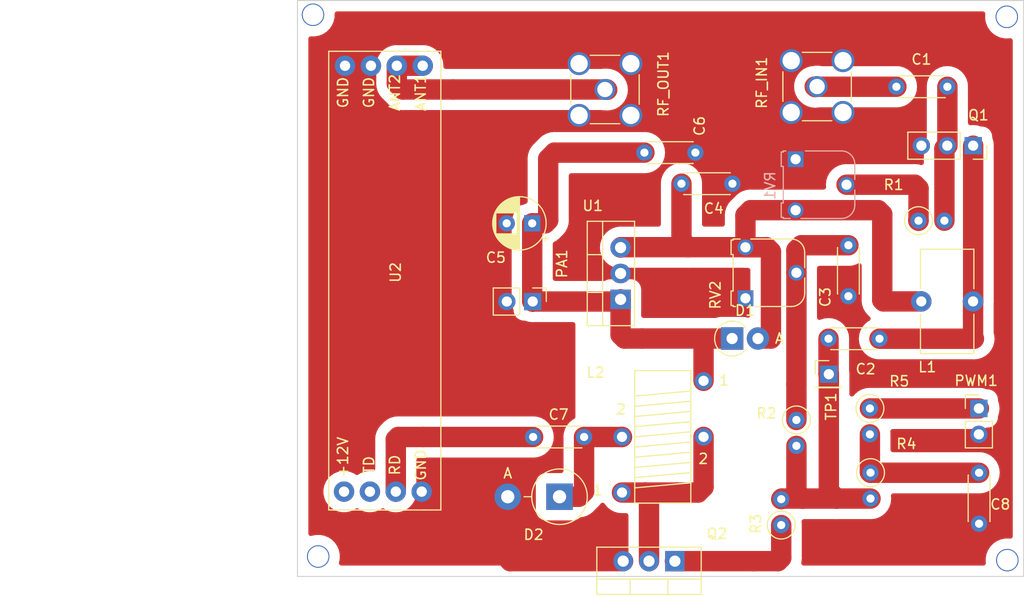
<source format=kicad_pcb>
(kicad_pcb (version 20171130) (host pcbnew 5.99.0+really5.1.10+dfsg1-1)

  (general
    (thickness 1.6)
    (drawings 18)
    (tracks 104)
    (zones 0)
    (modules 28)
    (nets 17)
  )

  (page User 200 200)
  (layers
    (0 F.Cu signal)
    (31 B.Cu signal hide)
    (33 F.Adhes user hide)
    (35 F.Paste user hide)
    (37 F.SilkS user)
    (38 B.Mask user hide)
    (39 F.Mask user hide)
    (40 Dwgs.User user hide)
    (41 Cmts.User user hide)
    (42 Eco1.User user hide)
    (43 Eco2.User user hide)
    (44 Edge.Cuts user)
    (45 Margin user hide)
    (46 B.CrtYd user hide)
    (47 F.CrtYd user)
    (49 F.Fab user)
  )

  (setup
    (last_trace_width 2)
    (user_trace_width 0.5)
    (user_trace_width 0.75)
    (user_trace_width 0.9)
    (user_trace_width 1)
    (user_trace_width 1.2)
    (user_trace_width 1.5)
    (user_trace_width 1.7)
    (user_trace_width 2)
    (user_trace_width 2.2)
    (user_trace_width 2.54)
    (trace_clearance 0.2)
    (zone_clearance 1.016)
    (zone_45_only no)
    (trace_min 0.2)
    (via_size 0.8)
    (via_drill 0.4)
    (via_min_size 0.4)
    (via_min_drill 0.3)
    (user_via 1.1 1)
    (user_via 2.2 2)
    (uvia_size 0.3)
    (uvia_drill 0.1)
    (uvias_allowed no)
    (uvia_min_size 0.2)
    (uvia_min_drill 0.1)
    (edge_width 0.1)
    (segment_width 0.2)
    (pcb_text_width 0.3)
    (pcb_text_size 1.5 1.5)
    (mod_edge_width 0.15)
    (mod_text_size 1 1)
    (mod_text_width 0.15)
    (pad_size 2.05 2.05)
    (pad_drill 1.5)
    (pad_to_mask_clearance 0)
    (aux_axis_origin 0 0)
    (visible_elements FFFFFF7F)
    (pcbplotparams
      (layerselection 0x011a0_7fffffff)
      (usegerberextensions false)
      (usegerberattributes true)
      (usegerberadvancedattributes true)
      (creategerberjobfile true)
      (excludeedgelayer true)
      (linewidth 0.100000)
      (plotframeref false)
      (viasonmask false)
      (mode 1)
      (useauxorigin false)
      (hpglpennumber 1)
      (hpglpenspeed 20)
      (hpglpendiameter 15.000000)
      (psnegative false)
      (psa4output false)
      (plotreference true)
      (plotvalue true)
      (plotinvisibletext false)
      (padsonsilk false)
      (subtractmaskfromsilk false)
      (outputformat 4)
      (mirror false)
      (drillshape 2)
      (scaleselection 1)
      (outputdirectory "plots/"))
  )

  (net 0 "")
  (net 1 GND)
  (net 2 +VDC)
  (net 3 "Net-(RF_OUT1-Pad1)")
  (net 4 "Net-(C3-Pad1)")
  (net 5 "Net-(PWM1-Pad1)")
  (net 6 /DC_BIAS_1)
  (net 7 "Net-(C2-Pad2)")
  (net 8 /DC_BIAS)
  (net 9 "Net-(C4-Pad2)")
  (net 10 "Net-(Q2-Pad1)")
  (net 11 "Net-(R1-Pad1)")
  (net 12 "Net-(C7-Pad2)")
  (net 13 "Net-(C8-Pad1)")
  (net 14 /8-10mW)
  (net 15 /RD_HACK)
  (net 16 "Net-(L2-Pad1)")

  (net_class Default "This is the default net class."
    (clearance 0.2)
    (trace_width 0.25)
    (via_dia 0.8)
    (via_drill 0.4)
    (uvia_dia 0.3)
    (uvia_drill 0.1)
    (add_net +VDC)
    (add_net /8-10mW)
    (add_net /DC_BIAS)
    (add_net /DC_BIAS_1)
    (add_net /RD_HACK)
    (add_net GND)
    (add_net "Net-(C2-Pad2)")
    (add_net "Net-(C3-Pad1)")
    (add_net "Net-(C4-Pad2)")
    (add_net "Net-(C7-Pad2)")
    (add_net "Net-(C8-Pad1)")
    (add_net "Net-(L2-Pad1)")
    (add_net "Net-(PWM1-Pad1)")
    (add_net "Net-(Q2-Pad1)")
    (add_net "Net-(R1-Pad1)")
    (add_net "Net-(RF_OUT1-Pad1)")
  )

  (module Diode_THT:D_DO-41_SOD81_P2.54mm_Vertical_AnodeUp (layer F.Cu) (tedit 5AE50CD5) (tstamp 614DF06E)
    (at 106.9 92.66)
    (descr "Diode, DO-41_SOD81 series, Axial, Vertical, pin pitch=2.54mm, , length*diameter=5.2*2.7mm^2, , http://www.diodes.com/_files/packages/DO-41%20(Plastic).pdf")
    (tags "Diode DO-41_SOD81 series Axial Vertical pin pitch 2.54mm  length 5.2mm diameter 2.7mm")
    (path /61502329)
    (fp_text reference D1 (at 1.27 -2.750635) (layer F.SilkS)
      (effects (font (size 1 1) (thickness 0.15)))
    )
    (fp_text value 1N4007 (at 1.27 3.639635) (layer F.Fab) hide
      (effects (font (size 1 1) (thickness 0.15)))
    )
    (fp_line (start 3.89 -1.6) (end -1.6 -1.6) (layer F.CrtYd) (width 0.05))
    (fp_line (start 3.89 1.6) (end 3.89 -1.6) (layer F.CrtYd) (width 0.05))
    (fp_line (start -1.6 1.6) (end 3.89 1.6) (layer F.CrtYd) (width 0.05))
    (fp_line (start -1.6 -1.6) (end -1.6 1.6) (layer F.CrtYd) (width 0.05))
    (fp_line (start 0 0) (end 2.54 0) (layer F.Fab) (width 0.1))
    (fp_circle (center 0 0) (end 1.35 0) (layer F.Fab) (width 0.1))
    (fp_text user A (at 4.64 0) (layer F.SilkS)
      (effects (font (size 1 1) (thickness 0.15)))
    )
    (fp_text user A (at 4.64 0) (layer F.Fab)
      (effects (font (size 1 1) (thickness 0.15)))
    )
    (fp_text user %R (at 1.27 -2.750635) (layer F.Fab)
      (effects (font (size 1 1) (thickness 0.15)))
    )
    (fp_arc (start 0 0) (end 1.311153 -1.1) (angle -276.998058) (layer F.SilkS) (width 0.12))
    (pad 2 thru_hole oval (at 2.54 0) (size 2.2 2.2) (drill 1.1) (layers *.Cu *.Mask)
      (net 9 "Net-(C4-Pad2)"))
    (pad 1 thru_hole rect (at 0 0) (size 2.2 2.2) (drill 1.1) (layers *.Cu *.Mask)
      (net 2 +VDC))
    (model ${KISYS3DMOD}/Diode_THT.3dshapes/D_DO-41_SOD81_P2.54mm_Vertical_AnodeUp.wrl
      (at (xyz 0 0 0))
      (scale (xyz 1 1 1))
      (rotate (xyz 0 0 0))
    )
  )

  (module Package_TO_SOT_THT:TO-220-3_Vertical (layer F.Cu) (tedit 5AC8BA0D) (tstamp 6107C76E)
    (at 101.29 114.5 180)
    (descr "TO-220-3, Vertical, RM 2.54mm, see https://www.vishay.com/docs/66542/to-220-1.pdf")
    (tags "TO-220-3 Vertical RM 2.54mm")
    (path /605F1A6A)
    (fp_text reference Q2 (at -4.12 2.69) (layer F.SilkS)
      (effects (font (size 1 1) (thickness 0.15)))
    )
    (fp_text value IRF510 (at 2.54 2.5) (layer F.Fab) hide
      (effects (font (size 1 1) (thickness 0.15)))
    )
    (fp_line (start -2.46 -3.15) (end -2.46 1.25) (layer F.Fab) (width 0.1))
    (fp_line (start -2.46 1.25) (end 7.54 1.25) (layer F.Fab) (width 0.1))
    (fp_line (start 7.54 1.25) (end 7.54 -3.15) (layer F.Fab) (width 0.1))
    (fp_line (start 7.54 -3.15) (end -2.46 -3.15) (layer F.Fab) (width 0.1))
    (fp_line (start -2.46 -1.88) (end 7.54 -1.88) (layer F.Fab) (width 0.1))
    (fp_line (start 0.69 -3.15) (end 0.69 -1.88) (layer F.Fab) (width 0.1))
    (fp_line (start 4.39 -3.15) (end 4.39 -1.88) (layer F.Fab) (width 0.1))
    (fp_line (start -2.58 -3.27) (end 7.66 -3.27) (layer F.SilkS) (width 0.12))
    (fp_line (start -2.58 1.371) (end 7.66 1.371) (layer F.SilkS) (width 0.12))
    (fp_line (start -2.58 -3.27) (end -2.58 1.371) (layer F.SilkS) (width 0.12))
    (fp_line (start 7.66 -3.27) (end 7.66 1.371) (layer F.SilkS) (width 0.12))
    (fp_line (start -2.58 -1.76) (end 7.66 -1.76) (layer F.SilkS) (width 0.12))
    (fp_line (start 0.69 -3.27) (end 0.69 -1.76) (layer F.SilkS) (width 0.12))
    (fp_line (start 4.391 -3.27) (end 4.391 -1.76) (layer F.SilkS) (width 0.12))
    (fp_line (start -2.71 -3.4) (end -2.71 1.51) (layer F.CrtYd) (width 0.05))
    (fp_line (start -2.71 1.51) (end 7.79 1.51) (layer F.CrtYd) (width 0.05))
    (fp_line (start 7.79 1.51) (end 7.79 -3.4) (layer F.CrtYd) (width 0.05))
    (fp_line (start 7.79 -3.4) (end -2.71 -3.4) (layer F.CrtYd) (width 0.05))
    (fp_text user %R (at 8.68 -2.11 270) (layer F.Fab) hide
      (effects (font (size 1 1) (thickness 0.15)))
    )
    (pad 3 thru_hole oval (at 5.08 0 180) (size 1.905 2) (drill 1.1) (layers *.Cu *.Mask)
      (net 1 GND))
    (pad 2 thru_hole oval (at 2.54 0 180) (size 1.905 2) (drill 1.1) (layers *.Cu *.Mask)
      (net 16 "Net-(L2-Pad1)"))
    (pad 1 thru_hole rect (at 0 0 180) (size 1.905 2) (drill 1.1) (layers *.Cu *.Mask)
      (net 10 "Net-(Q2-Pad1)"))
    (model ${KISYS3DMOD}/Package_TO_SOT_THT.3dshapes/TO-220-3_Vertical.wrl
      (at (xyz 0 0 0))
      (scale (xyz 1 1 1))
      (rotate (xyz 0 0 0))
    )
    (model ${KIPRJMOD}/models/heatsink_to-220.stp
      (offset (xyz 2.5 4.5 3))
      (scale (xyz 1 1 1))
      (rotate (xyz -90 0 0))
    )
  )

  (module Diode_THT:D_DO-201_P5.08mm_Vertical_AnodeUp (layer F.Cu) (tedit 5AE50CD5) (tstamp 61727178)
    (at 89.97 108.18 180)
    (descr "Diode, DO-201 series, Axial, Vertical, pin pitch=5.08mm, , length*diameter=9.53*5.21mm^2, , http://www.diodes.com/_files/packages/DO-201.pdf")
    (tags "Diode DO-201 series Axial Vertical pin pitch 5.08mm  length 9.53mm diameter 5.21mm")
    (path /617372E0)
    (fp_text reference D2 (at 2.54 -3.725) (layer F.SilkS)
      (effects (font (size 1 1) (thickness 0.15)))
    )
    (fp_text value "75v 5W" (at 2.54 3.725) (layer F.Fab) hide
      (effects (font (size 1 1) (thickness 0.15)))
    )
    (fp_circle (center 0 0) (end 2.605 0) (layer F.Fab) (width 0.1))
    (fp_circle (center 0 0) (end 2.725 0) (layer F.SilkS) (width 0.12))
    (fp_line (start 0 0) (end 5.08 0) (layer F.Fab) (width 0.1))
    (fp_line (start 2.725 0) (end 3.48 0) (layer F.SilkS) (width 0.12))
    (fp_line (start -2.86 -2.86) (end -2.86 2.86) (layer F.CrtYd) (width 0.05))
    (fp_line (start -2.86 2.86) (end 6.64 2.86) (layer F.CrtYd) (width 0.05))
    (fp_line (start 6.64 2.86) (end 6.64 -2.86) (layer F.CrtYd) (width 0.05))
    (fp_line (start 6.64 -2.86) (end -2.86 -2.86) (layer F.CrtYd) (width 0.05))
    (fp_text user A (at 5.08 2.3) (layer F.SilkS)
      (effects (font (size 1 1) (thickness 0.15)))
    )
    (fp_text user A (at 5.08 2.3) (layer F.Fab)
      (effects (font (size 1 1) (thickness 0.15)))
    )
    (fp_text user %R (at 2.54 -3.725) (layer F.Fab)
      (effects (font (size 1 1) (thickness 0.15)))
    )
    (pad 2 thru_hole oval (at 5.08 0 180) (size 2.6 2.6) (drill 1.3) (layers *.Cu *.Mask)
      (net 1 GND))
    (pad 1 thru_hole rect (at 0 0 180) (size 2.6 2.6) (drill 1.3) (layers *.Cu *.Mask)
      (net 12 "Net-(C7-Pad2)"))
    (model ${KISYS3DMOD}/Diode_THT.3dshapes/D_DO-201_P5.08mm_Vertical_AnodeUp.wrl
      (at (xyz 0 0 0))
      (scale (xyz 1 1 1))
      (rotate (xyz 0 0 0))
    )
  )

  (module Capacitor_THT:C_Disc_D4.3mm_W1.9mm_P5.00mm (layer F.Cu) (tedit 5AE50EF0) (tstamp 61556D9A)
    (at 98.298 74.422)
    (descr "C, Disc series, Radial, pin pitch=5.00mm, , diameter*width=4.3*1.9mm^2, Capacitor, http://www.vishay.com/docs/45233/krseries.pdf")
    (tags "C Disc series Radial pin pitch 5.00mm  diameter 4.3mm width 1.9mm Capacitor")
    (path /6155A522)
    (fp_text reference C6 (at 5.41 -2.61 270) (layer F.SilkS)
      (effects (font (size 1 1) (thickness 0.15)))
    )
    (fp_text value 100nF (at 2.5 2.2) (layer F.Fab) hide
      (effects (font (size 1 1) (thickness 0.15)))
    )
    (fp_line (start 0.35 -0.95) (end 0.35 0.95) (layer F.Fab) (width 0.1))
    (fp_line (start 0.35 0.95) (end 4.65 0.95) (layer F.Fab) (width 0.1))
    (fp_line (start 4.65 0.95) (end 4.65 -0.95) (layer F.Fab) (width 0.1))
    (fp_line (start 4.65 -0.95) (end 0.35 -0.95) (layer F.Fab) (width 0.1))
    (fp_line (start 0.23 -1.07) (end 4.77 -1.07) (layer F.SilkS) (width 0.12))
    (fp_line (start 0.23 1.07) (end 4.77 1.07) (layer F.SilkS) (width 0.12))
    (fp_line (start 0.23 -1.07) (end 0.23 -1.055) (layer F.SilkS) (width 0.12))
    (fp_line (start 0.23 1.055) (end 0.23 1.07) (layer F.SilkS) (width 0.12))
    (fp_line (start 4.77 -1.07) (end 4.77 -1.055) (layer F.SilkS) (width 0.12))
    (fp_line (start 4.77 1.055) (end 4.77 1.07) (layer F.SilkS) (width 0.12))
    (fp_line (start -1.05 -1.2) (end -1.05 1.2) (layer F.CrtYd) (width 0.05))
    (fp_line (start -1.05 1.2) (end 6.05 1.2) (layer F.CrtYd) (width 0.05))
    (fp_line (start 6.05 1.2) (end 6.05 -1.2) (layer F.CrtYd) (width 0.05))
    (fp_line (start 6.05 -1.2) (end -1.05 -1.2) (layer F.CrtYd) (width 0.05))
    (fp_text user %R (at 2.5 0) (layer F.Fab)
      (effects (font (size 0.86 0.86) (thickness 0.129)))
    )
    (pad 2 thru_hole circle (at 5 0) (size 1.6 1.6) (drill 0.8) (layers *.Cu *.Mask)
      (net 1 GND))
    (pad 1 thru_hole circle (at 0 0) (size 1.6 1.6) (drill 0.8) (layers *.Cu *.Mask)
      (net 2 +VDC))
    (model ${KISYS3DMOD}/Capacitor_THT.3dshapes/C_Disc_D4.3mm_W1.9mm_P5.00mm.wrl
      (at (xyz 0 0 0))
      (scale (xyz 1 1 1))
      (rotate (xyz 0 0 0))
    )
  )

  (module Capacitor_THT:CP_Radial_D5.0mm_P2.50mm (layer F.Cu) (tedit 5AE50EF0) (tstamp 615559F0)
    (at 87.29 81.36 180)
    (descr "CP, Radial series, Radial, pin pitch=2.50mm, , diameter=5mm, Electrolytic Capacitor")
    (tags "CP Radial series Radial pin pitch 2.50mm  diameter 5mm Electrolytic Capacitor")
    (path /6068F2D2)
    (fp_text reference C5 (at 3.568 -3.362) (layer F.SilkS)
      (effects (font (size 1 1) (thickness 0.15)))
    )
    (fp_text value "10uF 50v" (at 1.25 3.75) (layer F.Fab) hide
      (effects (font (size 1 1) (thickness 0.15)))
    )
    (fp_line (start -1.304775 -1.725) (end -1.304775 -1.225) (layer F.SilkS) (width 0.12))
    (fp_line (start -1.554775 -1.475) (end -1.054775 -1.475) (layer F.SilkS) (width 0.12))
    (fp_line (start 3.851 -0.284) (end 3.851 0.284) (layer F.SilkS) (width 0.12))
    (fp_line (start 3.811 -0.518) (end 3.811 0.518) (layer F.SilkS) (width 0.12))
    (fp_line (start 3.771 -0.677) (end 3.771 0.677) (layer F.SilkS) (width 0.12))
    (fp_line (start 3.731 -0.805) (end 3.731 0.805) (layer F.SilkS) (width 0.12))
    (fp_line (start 3.691 -0.915) (end 3.691 0.915) (layer F.SilkS) (width 0.12))
    (fp_line (start 3.651 -1.011) (end 3.651 1.011) (layer F.SilkS) (width 0.12))
    (fp_line (start 3.611 -1.098) (end 3.611 1.098) (layer F.SilkS) (width 0.12))
    (fp_line (start 3.571 -1.178) (end 3.571 1.178) (layer F.SilkS) (width 0.12))
    (fp_line (start 3.531 1.04) (end 3.531 1.251) (layer F.SilkS) (width 0.12))
    (fp_line (start 3.531 -1.251) (end 3.531 -1.04) (layer F.SilkS) (width 0.12))
    (fp_line (start 3.491 1.04) (end 3.491 1.319) (layer F.SilkS) (width 0.12))
    (fp_line (start 3.491 -1.319) (end 3.491 -1.04) (layer F.SilkS) (width 0.12))
    (fp_line (start 3.451 1.04) (end 3.451 1.383) (layer F.SilkS) (width 0.12))
    (fp_line (start 3.451 -1.383) (end 3.451 -1.04) (layer F.SilkS) (width 0.12))
    (fp_line (start 3.411 1.04) (end 3.411 1.443) (layer F.SilkS) (width 0.12))
    (fp_line (start 3.411 -1.443) (end 3.411 -1.04) (layer F.SilkS) (width 0.12))
    (fp_line (start 3.371 1.04) (end 3.371 1.5) (layer F.SilkS) (width 0.12))
    (fp_line (start 3.371 -1.5) (end 3.371 -1.04) (layer F.SilkS) (width 0.12))
    (fp_line (start 3.331 1.04) (end 3.331 1.554) (layer F.SilkS) (width 0.12))
    (fp_line (start 3.331 -1.554) (end 3.331 -1.04) (layer F.SilkS) (width 0.12))
    (fp_line (start 3.291 1.04) (end 3.291 1.605) (layer F.SilkS) (width 0.12))
    (fp_line (start 3.291 -1.605) (end 3.291 -1.04) (layer F.SilkS) (width 0.12))
    (fp_line (start 3.251 1.04) (end 3.251 1.653) (layer F.SilkS) (width 0.12))
    (fp_line (start 3.251 -1.653) (end 3.251 -1.04) (layer F.SilkS) (width 0.12))
    (fp_line (start 3.211 1.04) (end 3.211 1.699) (layer F.SilkS) (width 0.12))
    (fp_line (start 3.211 -1.699) (end 3.211 -1.04) (layer F.SilkS) (width 0.12))
    (fp_line (start 3.171 1.04) (end 3.171 1.743) (layer F.SilkS) (width 0.12))
    (fp_line (start 3.171 -1.743) (end 3.171 -1.04) (layer F.SilkS) (width 0.12))
    (fp_line (start 3.131 1.04) (end 3.131 1.785) (layer F.SilkS) (width 0.12))
    (fp_line (start 3.131 -1.785) (end 3.131 -1.04) (layer F.SilkS) (width 0.12))
    (fp_line (start 3.091 1.04) (end 3.091 1.826) (layer F.SilkS) (width 0.12))
    (fp_line (start 3.091 -1.826) (end 3.091 -1.04) (layer F.SilkS) (width 0.12))
    (fp_line (start 3.051 1.04) (end 3.051 1.864) (layer F.SilkS) (width 0.12))
    (fp_line (start 3.051 -1.864) (end 3.051 -1.04) (layer F.SilkS) (width 0.12))
    (fp_line (start 3.011 1.04) (end 3.011 1.901) (layer F.SilkS) (width 0.12))
    (fp_line (start 3.011 -1.901) (end 3.011 -1.04) (layer F.SilkS) (width 0.12))
    (fp_line (start 2.971 1.04) (end 2.971 1.937) (layer F.SilkS) (width 0.12))
    (fp_line (start 2.971 -1.937) (end 2.971 -1.04) (layer F.SilkS) (width 0.12))
    (fp_line (start 2.931 1.04) (end 2.931 1.971) (layer F.SilkS) (width 0.12))
    (fp_line (start 2.931 -1.971) (end 2.931 -1.04) (layer F.SilkS) (width 0.12))
    (fp_line (start 2.891 1.04) (end 2.891 2.004) (layer F.SilkS) (width 0.12))
    (fp_line (start 2.891 -2.004) (end 2.891 -1.04) (layer F.SilkS) (width 0.12))
    (fp_line (start 2.851 1.04) (end 2.851 2.035) (layer F.SilkS) (width 0.12))
    (fp_line (start 2.851 -2.035) (end 2.851 -1.04) (layer F.SilkS) (width 0.12))
    (fp_line (start 2.811 1.04) (end 2.811 2.065) (layer F.SilkS) (width 0.12))
    (fp_line (start 2.811 -2.065) (end 2.811 -1.04) (layer F.SilkS) (width 0.12))
    (fp_line (start 2.771 1.04) (end 2.771 2.095) (layer F.SilkS) (width 0.12))
    (fp_line (start 2.771 -2.095) (end 2.771 -1.04) (layer F.SilkS) (width 0.12))
    (fp_line (start 2.731 1.04) (end 2.731 2.122) (layer F.SilkS) (width 0.12))
    (fp_line (start 2.731 -2.122) (end 2.731 -1.04) (layer F.SilkS) (width 0.12))
    (fp_line (start 2.691 1.04) (end 2.691 2.149) (layer F.SilkS) (width 0.12))
    (fp_line (start 2.691 -2.149) (end 2.691 -1.04) (layer F.SilkS) (width 0.12))
    (fp_line (start 2.651 1.04) (end 2.651 2.175) (layer F.SilkS) (width 0.12))
    (fp_line (start 2.651 -2.175) (end 2.651 -1.04) (layer F.SilkS) (width 0.12))
    (fp_line (start 2.611 1.04) (end 2.611 2.2) (layer F.SilkS) (width 0.12))
    (fp_line (start 2.611 -2.2) (end 2.611 -1.04) (layer F.SilkS) (width 0.12))
    (fp_line (start 2.571 1.04) (end 2.571 2.224) (layer F.SilkS) (width 0.12))
    (fp_line (start 2.571 -2.224) (end 2.571 -1.04) (layer F.SilkS) (width 0.12))
    (fp_line (start 2.531 1.04) (end 2.531 2.247) (layer F.SilkS) (width 0.12))
    (fp_line (start 2.531 -2.247) (end 2.531 -1.04) (layer F.SilkS) (width 0.12))
    (fp_line (start 2.491 1.04) (end 2.491 2.268) (layer F.SilkS) (width 0.12))
    (fp_line (start 2.491 -2.268) (end 2.491 -1.04) (layer F.SilkS) (width 0.12))
    (fp_line (start 2.451 1.04) (end 2.451 2.29) (layer F.SilkS) (width 0.12))
    (fp_line (start 2.451 -2.29) (end 2.451 -1.04) (layer F.SilkS) (width 0.12))
    (fp_line (start 2.411 1.04) (end 2.411 2.31) (layer F.SilkS) (width 0.12))
    (fp_line (start 2.411 -2.31) (end 2.411 -1.04) (layer F.SilkS) (width 0.12))
    (fp_line (start 2.371 1.04) (end 2.371 2.329) (layer F.SilkS) (width 0.12))
    (fp_line (start 2.371 -2.329) (end 2.371 -1.04) (layer F.SilkS) (width 0.12))
    (fp_line (start 2.331 1.04) (end 2.331 2.348) (layer F.SilkS) (width 0.12))
    (fp_line (start 2.331 -2.348) (end 2.331 -1.04) (layer F.SilkS) (width 0.12))
    (fp_line (start 2.291 1.04) (end 2.291 2.365) (layer F.SilkS) (width 0.12))
    (fp_line (start 2.291 -2.365) (end 2.291 -1.04) (layer F.SilkS) (width 0.12))
    (fp_line (start 2.251 1.04) (end 2.251 2.382) (layer F.SilkS) (width 0.12))
    (fp_line (start 2.251 -2.382) (end 2.251 -1.04) (layer F.SilkS) (width 0.12))
    (fp_line (start 2.211 1.04) (end 2.211 2.398) (layer F.SilkS) (width 0.12))
    (fp_line (start 2.211 -2.398) (end 2.211 -1.04) (layer F.SilkS) (width 0.12))
    (fp_line (start 2.171 1.04) (end 2.171 2.414) (layer F.SilkS) (width 0.12))
    (fp_line (start 2.171 -2.414) (end 2.171 -1.04) (layer F.SilkS) (width 0.12))
    (fp_line (start 2.131 1.04) (end 2.131 2.428) (layer F.SilkS) (width 0.12))
    (fp_line (start 2.131 -2.428) (end 2.131 -1.04) (layer F.SilkS) (width 0.12))
    (fp_line (start 2.091 1.04) (end 2.091 2.442) (layer F.SilkS) (width 0.12))
    (fp_line (start 2.091 -2.442) (end 2.091 -1.04) (layer F.SilkS) (width 0.12))
    (fp_line (start 2.051 1.04) (end 2.051 2.455) (layer F.SilkS) (width 0.12))
    (fp_line (start 2.051 -2.455) (end 2.051 -1.04) (layer F.SilkS) (width 0.12))
    (fp_line (start 2.011 1.04) (end 2.011 2.468) (layer F.SilkS) (width 0.12))
    (fp_line (start 2.011 -2.468) (end 2.011 -1.04) (layer F.SilkS) (width 0.12))
    (fp_line (start 1.971 1.04) (end 1.971 2.48) (layer F.SilkS) (width 0.12))
    (fp_line (start 1.971 -2.48) (end 1.971 -1.04) (layer F.SilkS) (width 0.12))
    (fp_line (start 1.93 1.04) (end 1.93 2.491) (layer F.SilkS) (width 0.12))
    (fp_line (start 1.93 -2.491) (end 1.93 -1.04) (layer F.SilkS) (width 0.12))
    (fp_line (start 1.89 1.04) (end 1.89 2.501) (layer F.SilkS) (width 0.12))
    (fp_line (start 1.89 -2.501) (end 1.89 -1.04) (layer F.SilkS) (width 0.12))
    (fp_line (start 1.85 1.04) (end 1.85 2.511) (layer F.SilkS) (width 0.12))
    (fp_line (start 1.85 -2.511) (end 1.85 -1.04) (layer F.SilkS) (width 0.12))
    (fp_line (start 1.81 1.04) (end 1.81 2.52) (layer F.SilkS) (width 0.12))
    (fp_line (start 1.81 -2.52) (end 1.81 -1.04) (layer F.SilkS) (width 0.12))
    (fp_line (start 1.77 1.04) (end 1.77 2.528) (layer F.SilkS) (width 0.12))
    (fp_line (start 1.77 -2.528) (end 1.77 -1.04) (layer F.SilkS) (width 0.12))
    (fp_line (start 1.73 1.04) (end 1.73 2.536) (layer F.SilkS) (width 0.12))
    (fp_line (start 1.73 -2.536) (end 1.73 -1.04) (layer F.SilkS) (width 0.12))
    (fp_line (start 1.69 1.04) (end 1.69 2.543) (layer F.SilkS) (width 0.12))
    (fp_line (start 1.69 -2.543) (end 1.69 -1.04) (layer F.SilkS) (width 0.12))
    (fp_line (start 1.65 1.04) (end 1.65 2.55) (layer F.SilkS) (width 0.12))
    (fp_line (start 1.65 -2.55) (end 1.65 -1.04) (layer F.SilkS) (width 0.12))
    (fp_line (start 1.61 1.04) (end 1.61 2.556) (layer F.SilkS) (width 0.12))
    (fp_line (start 1.61 -2.556) (end 1.61 -1.04) (layer F.SilkS) (width 0.12))
    (fp_line (start 1.57 1.04) (end 1.57 2.561) (layer F.SilkS) (width 0.12))
    (fp_line (start 1.57 -2.561) (end 1.57 -1.04) (layer F.SilkS) (width 0.12))
    (fp_line (start 1.53 1.04) (end 1.53 2.565) (layer F.SilkS) (width 0.12))
    (fp_line (start 1.53 -2.565) (end 1.53 -1.04) (layer F.SilkS) (width 0.12))
    (fp_line (start 1.49 1.04) (end 1.49 2.569) (layer F.SilkS) (width 0.12))
    (fp_line (start 1.49 -2.569) (end 1.49 -1.04) (layer F.SilkS) (width 0.12))
    (fp_line (start 1.45 -2.573) (end 1.45 2.573) (layer F.SilkS) (width 0.12))
    (fp_line (start 1.41 -2.576) (end 1.41 2.576) (layer F.SilkS) (width 0.12))
    (fp_line (start 1.37 -2.578) (end 1.37 2.578) (layer F.SilkS) (width 0.12))
    (fp_line (start 1.33 -2.579) (end 1.33 2.579) (layer F.SilkS) (width 0.12))
    (fp_line (start 1.29 -2.58) (end 1.29 2.58) (layer F.SilkS) (width 0.12))
    (fp_line (start 1.25 -2.58) (end 1.25 2.58) (layer F.SilkS) (width 0.12))
    (fp_line (start -0.633605 -1.3375) (end -0.633605 -0.8375) (layer F.Fab) (width 0.1))
    (fp_line (start -0.883605 -1.0875) (end -0.383605 -1.0875) (layer F.Fab) (width 0.1))
    (fp_circle (center 1.25 0) (end 4 0) (layer F.CrtYd) (width 0.05))
    (fp_circle (center 1.25 0) (end 3.87 0) (layer F.SilkS) (width 0.12))
    (fp_circle (center 1.25 0) (end 3.75 0) (layer F.Fab) (width 0.1))
    (fp_text user %R (at 1.25 0) (layer F.Fab)
      (effects (font (size 1 1) (thickness 0.15)))
    )
    (pad 2 thru_hole circle (at 2.5 0 180) (size 1.6 1.6) (drill 0.8) (layers *.Cu *.Mask)
      (net 1 GND))
    (pad 1 thru_hole rect (at 0 0 180) (size 1.6 1.6) (drill 0.8) (layers *.Cu *.Mask)
      (net 2 +VDC))
    (model ${KISYS3DMOD}/Capacitor_THT.3dshapes/CP_Radial_D5.0mm_P2.50mm.wrl
      (at (xyz 0 0 0))
      (scale (xyz 1 1 1))
      (rotate (xyz 0 0 0))
    )
  )

  (module Connector_PinHeader_2.54mm:PinHeader_1x01_P2.54mm_Vertical (layer F.Cu) (tedit 59FED5CC) (tstamp 6183AC9F)
    (at 116.39 96.16)
    (descr "Through hole straight pin header, 1x01, 2.54mm pitch, single row")
    (tags "Through hole pin header THT 1x01 2.54mm single row")
    (path /61582AB5)
    (fp_text reference TP1 (at 0.22 3.17 90) (layer F.SilkS)
      (effects (font (size 1 1) (thickness 0.15)))
    )
    (fp_text value TestPoint (at 0 2.33) (layer F.Fab) hide
      (effects (font (size 1 1) (thickness 0.15)))
    )
    (fp_line (start -0.635 -1.27) (end 1.27 -1.27) (layer F.Fab) (width 0.1))
    (fp_line (start 1.27 -1.27) (end 1.27 1.27) (layer F.Fab) (width 0.1))
    (fp_line (start 1.27 1.27) (end -1.27 1.27) (layer F.Fab) (width 0.1))
    (fp_line (start -1.27 1.27) (end -1.27 -0.635) (layer F.Fab) (width 0.1))
    (fp_line (start -1.27 -0.635) (end -0.635 -1.27) (layer F.Fab) (width 0.1))
    (fp_line (start -1.33 1.33) (end 1.33 1.33) (layer F.SilkS) (width 0.12))
    (fp_line (start -1.33 1.27) (end -1.33 1.33) (layer F.SilkS) (width 0.12))
    (fp_line (start 1.33 1.27) (end 1.33 1.33) (layer F.SilkS) (width 0.12))
    (fp_line (start -1.33 1.27) (end 1.33 1.27) (layer F.SilkS) (width 0.12))
    (fp_line (start -1.33 0) (end -1.33 -1.33) (layer F.SilkS) (width 0.12))
    (fp_line (start -1.33 -1.33) (end 0 -1.33) (layer F.SilkS) (width 0.12))
    (fp_line (start -1.8 -1.8) (end -1.8 1.8) (layer F.CrtYd) (width 0.05))
    (fp_line (start -1.8 1.8) (end 1.8 1.8) (layer F.CrtYd) (width 0.05))
    (fp_line (start 1.8 1.8) (end 1.8 -1.8) (layer F.CrtYd) (width 0.05))
    (fp_line (start 1.8 -1.8) (end -1.8 -1.8) (layer F.CrtYd) (width 0.05))
    (fp_text user %R (at 0 0 90) (layer F.Fab)
      (effects (font (size 1 1) (thickness 0.15)))
    )
    (pad 1 thru_hole rect (at 0 0) (size 1.7 1.7) (drill 1) (layers *.Cu *.Mask)
      (net 8 /DC_BIAS))
    (model ${KISYS3DMOD}/Connector_PinHeader_2.54mm.3dshapes/PinHeader_1x01_P2.54mm_Vertical.wrl
      (at (xyz 0 0 0))
      (scale (xyz 1 1 1))
      (rotate (xyz 0 0 0))
    )
  )

  (module Potentiometer_THT:Potentiometer_Runtron_RM-065_Vertical (layer B.Cu) (tedit 5BF6754C) (tstamp 61551626)
    (at 113.13 75.07 270)
    (descr "Potentiometer, vertical, Trimmer, RM-065 http://www.runtron.com/down/PDF%20Datasheet/Carbon%20Film%20Potentiometer/RM065%20RM063.pdf")
    (tags "Potentiometer Trimmer RM-065")
    (path /614F3E55)
    (fp_text reference RV1 (at 2.6 2.5 270) (layer B.SilkS)
      (effects (font (size 1 1) (thickness 0.15)) (justify mirror))
    )
    (fp_text value 4.7k (at 2.6 -7.4 270) (layer B.Fab)
      (effects (font (size 1 1) (thickness 0.15)) (justify mirror))
    )
    (fp_line (start -0.71 1.41) (end 0.71 1.41) (layer B.SilkS) (width 0.12))
    (fp_line (start 0.71 1.21) (end 4.29 1.21) (layer B.SilkS) (width 0.12))
    (fp_line (start 4.29 1.21) (end 4.29 1.41) (layer B.SilkS) (width 0.12))
    (fp_line (start 4.29 1.41) (end 5.71 1.41) (layer B.SilkS) (width 0.12))
    (fp_line (start 5.71 1.41) (end 5.71 1.21) (layer B.SilkS) (width 0.12))
    (fp_line (start 1.99 -5.81) (end 0.5 -5.81) (layer B.SilkS) (width 0.12))
    (fp_line (start -0.81 -4.5) (end -0.81 -0.96) (layer B.SilkS) (width 0.12))
    (fp_line (start 5.81 -0.52) (end 5.81 -4.5) (layer B.SilkS) (width 0.12))
    (fp_line (start 4.5 -5.81) (end 3.01 -5.81) (layer B.SilkS) (width 0.12))
    (fp_line (start 0.5 -5.7) (end 4.5 -5.7) (layer B.Fab) (width 0.1))
    (fp_line (start 5.7 -4.5) (end 5.7 1.1) (layer B.Fab) (width 0.1))
    (fp_line (start -0.7 -4.5) (end -0.7 1.1) (layer B.Fab) (width 0.1))
    (fp_line (start -0.6 1.1) (end -0.6 1.3) (layer B.Fab) (width 0.1))
    (fp_line (start -0.6 1.3) (end 0.6 1.3) (layer B.Fab) (width 0.1))
    (fp_line (start 0.6 1.3) (end 0.6 1.1) (layer B.Fab) (width 0.1))
    (fp_line (start 5.6 1.1) (end 5.6 1.3) (layer B.Fab) (width 0.1))
    (fp_line (start 5.6 1.3) (end 4.41 1.3) (layer B.Fab) (width 0.1))
    (fp_line (start 4.4 1.3) (end 4.4 1.1) (layer B.Fab) (width 0.1))
    (fp_line (start 5.7 1.1) (end -0.7 1.1) (layer B.Fab) (width 0.1))
    (fp_line (start 6.05 -6.03) (end -1.05 -6.03) (layer B.CrtYd) (width 0.05))
    (fp_line (start 6.03 -6.05) (end 6.03 1.55) (layer B.CrtYd) (width 0.05))
    (fp_line (start -1.03 1.55) (end -1.03 -6.05) (layer B.CrtYd) (width 0.05))
    (fp_line (start -1.03 1.55) (end 6.03 1.55) (layer B.CrtYd) (width 0.05))
    (fp_circle (center 2.5 -2.5) (end 5.5 -2.5) (layer B.Fab) (width 0.1))
    (fp_line (start 0.71 1.21) (end 0.71 1.41) (layer B.SilkS) (width 0.12))
    (fp_line (start -0.71 1.41) (end -0.71 1.21) (layer B.SilkS) (width 0.12))
    (fp_line (start -0.71 1.21) (end -0.81 1.21) (layer B.SilkS) (width 0.12))
    (fp_line (start -0.81 1.21) (end -0.81 0.96) (layer B.SilkS) (width 0.12))
    (fp_line (start 5.71 1.21) (end 5.81 1.21) (layer B.SilkS) (width 0.12))
    (fp_line (start 5.81 1.21) (end 5.81 0.52) (layer B.SilkS) (width 0.12))
    (fp_arc (start 4.5 -4.5) (end 4.5 -5.81) (angle 90) (layer B.SilkS) (width 0.12))
    (fp_arc (start 0.5 -4.5) (end -0.81 -4.5) (angle 90) (layer B.SilkS) (width 0.12))
    (fp_arc (start 0.5 -4.5) (end -0.7 -4.5) (angle 90) (layer B.Fab) (width 0.1))
    (fp_arc (start 4.5 -4.5) (end 4.5 -5.7) (angle 90) (layer B.Fab) (width 0.1))
    (fp_text user %R (at 2.5 -2.5 270) (layer B.Fab)
      (effects (font (size 1 1) (thickness 0.15)) (justify mirror))
    )
    (pad 3 thru_hole circle (at 5 0 270) (size 1.55 1.55) (drill 1) (layers *.Cu *.Mask)
      (net 9 "Net-(C4-Pad2)"))
    (pad 1 thru_hole rect (at 0 0 270) (size 1.55 1.55) (drill 1) (layers *.Cu *.Mask)
      (net 1 GND))
    (pad 2 thru_hole circle (at 2.5 -5 270) (size 1.55 1.55) (drill 1) (layers *.Cu *.Mask)
      (net 11 "Net-(R1-Pad1)"))
    (model ${KIPRJMOD}/models/Poti_10kohm.stp
      (offset (xyz 2.5 -3.3 -1.5))
      (scale (xyz 1 1 1))
      (rotate (xyz -180 0 90))
    )
  )

  (module Potentiometer_THT:Potentiometer_Runtron_RM-065_Vertical (layer F.Cu) (tedit 5BF6754C) (tstamp 615502A7)
    (at 108.21 88.71 90)
    (descr "Potentiometer, vertical, Trimmer, RM-065 http://www.runtron.com/down/PDF%20Datasheet/Carbon%20Film%20Potentiometer/RM065%20RM063.pdf")
    (tags "Potentiometer Trimmer RM-065")
    (path /61088B73)
    (fp_text reference RV2 (at 0.318 -2.95 90) (layer F.SilkS)
      (effects (font (size 1 1) (thickness 0.15)))
    )
    (fp_text value 4.7k (at 2.6 7.4 90) (layer F.Fab) hide
      (effects (font (size 1 1) (thickness 0.15)))
    )
    (fp_line (start 5.81 -1.21) (end 5.81 -0.52) (layer F.SilkS) (width 0.12))
    (fp_line (start 5.71 -1.21) (end 5.81 -1.21) (layer F.SilkS) (width 0.12))
    (fp_line (start -0.81 -1.21) (end -0.81 -0.96) (layer F.SilkS) (width 0.12))
    (fp_line (start -0.71 -1.21) (end -0.81 -1.21) (layer F.SilkS) (width 0.12))
    (fp_line (start -0.71 -1.41) (end -0.71 -1.21) (layer F.SilkS) (width 0.12))
    (fp_line (start 0.71 -1.21) (end 0.71 -1.41) (layer F.SilkS) (width 0.12))
    (fp_circle (center 2.5 2.5) (end 5.5 2.5) (layer F.Fab) (width 0.1))
    (fp_line (start -1.03 -1.55) (end 6.03 -1.55) (layer F.CrtYd) (width 0.05))
    (fp_line (start -1.03 -1.55) (end -1.03 6.05) (layer F.CrtYd) (width 0.05))
    (fp_line (start 6.03 6.05) (end 6.03 -1.55) (layer F.CrtYd) (width 0.05))
    (fp_line (start 6.05 6.03) (end -1.05 6.03) (layer F.CrtYd) (width 0.05))
    (fp_line (start 5.7 -1.1) (end -0.7 -1.1) (layer F.Fab) (width 0.1))
    (fp_line (start 4.4 -1.3) (end 4.4 -1.1) (layer F.Fab) (width 0.1))
    (fp_line (start 5.6 -1.3) (end 4.41 -1.3) (layer F.Fab) (width 0.1))
    (fp_line (start 5.6 -1.1) (end 5.6 -1.3) (layer F.Fab) (width 0.1))
    (fp_line (start 0.6 -1.3) (end 0.6 -1.1) (layer F.Fab) (width 0.1))
    (fp_line (start -0.6 -1.3) (end 0.6 -1.3) (layer F.Fab) (width 0.1))
    (fp_line (start -0.6 -1.1) (end -0.6 -1.3) (layer F.Fab) (width 0.1))
    (fp_line (start -0.7 4.5) (end -0.7 -1.1) (layer F.Fab) (width 0.1))
    (fp_line (start 5.7 4.5) (end 5.7 -1.1) (layer F.Fab) (width 0.1))
    (fp_line (start 0.5 5.7) (end 4.5 5.7) (layer F.Fab) (width 0.1))
    (fp_line (start 4.5 5.81) (end 3.01 5.81) (layer F.SilkS) (width 0.12))
    (fp_line (start 5.81 0.52) (end 5.81 4.5) (layer F.SilkS) (width 0.12))
    (fp_line (start -0.81 4.5) (end -0.81 0.96) (layer F.SilkS) (width 0.12))
    (fp_line (start 1.99 5.81) (end 0.5 5.81) (layer F.SilkS) (width 0.12))
    (fp_line (start 5.71 -1.41) (end 5.71 -1.21) (layer F.SilkS) (width 0.12))
    (fp_line (start 4.29 -1.41) (end 5.71 -1.41) (layer F.SilkS) (width 0.12))
    (fp_line (start 4.29 -1.21) (end 4.29 -1.41) (layer F.SilkS) (width 0.12))
    (fp_line (start 0.71 -1.21) (end 4.29 -1.21) (layer F.SilkS) (width 0.12))
    (fp_line (start -0.71 -1.41) (end 0.71 -1.41) (layer F.SilkS) (width 0.12))
    (fp_text user %R (at 2.5 2.5 90) (layer F.Fab)
      (effects (font (size 1 1) (thickness 0.15)))
    )
    (fp_arc (start 4.5 4.5) (end 4.5 5.7) (angle -90) (layer F.Fab) (width 0.1))
    (fp_arc (start 0.5 4.5) (end -0.7 4.5) (angle -90) (layer F.Fab) (width 0.1))
    (fp_arc (start 0.5 4.5) (end -0.81 4.5) (angle -90) (layer F.SilkS) (width 0.12))
    (fp_arc (start 4.5 4.5) (end 4.5 5.81) (angle -90) (layer F.SilkS) (width 0.12))
    (pad 2 thru_hole circle (at 2.5 5 90) (size 1.55 1.55) (drill 1) (layers *.Cu *.Mask)
      (net 4 "Net-(C3-Pad1)"))
    (pad 1 thru_hole rect (at 0 0 90) (size 1.55 1.55) (drill 1) (layers *.Cu *.Mask)
      (net 1 GND))
    (pad 3 thru_hole circle (at 5 0 90) (size 1.55 1.55) (drill 1) (layers *.Cu *.Mask)
      (net 9 "Net-(C4-Pad2)"))
    (model ${KIPRJMOD}/models/Poti_10kohm.stp
      (offset (xyz 2.5 -2.5 0))
      (scale (xyz 1 1 1))
      (rotate (xyz 0 0 90))
    )
  )

  (module Inductor_THT:L_Toroid_Vertical_L10.0mm_W5.0mm_P5.08mm (layer F.Cu) (tedit 5AE59B06) (tstamp 614DEB38)
    (at 130.54 89.02 270)
    (descr "L_Toroid, Vertical series, Radial, pin pitch=5.08mm, , length*width=10*5mm^2")
    (tags "L_Toroid Vertical series Radial pin pitch 5.08mm  length 10mm width 5mm")
    (path /6158E5EA)
    (fp_text reference L1 (at 6.44 4.49 180) (layer F.SilkS)
      (effects (font (size 1 1) (thickness 0.15)))
    )
    (fp_text value RFC1 (at 0 7.33 90) (layer F.Fab) hide
      (effects (font (size 1 1) (thickness 0.15)))
    )
    (fp_line (start -5 0.04) (end -5 5.04) (layer F.Fab) (width 0.1))
    (fp_line (start -5 5.04) (end 5 5.04) (layer F.Fab) (width 0.1))
    (fp_line (start 5 5.04) (end 5 0.04) (layer F.Fab) (width 0.1))
    (fp_line (start 5 0.04) (end -5 0.04) (layer F.Fab) (width 0.1))
    (fp_line (start -4 0) (end -4 5.08) (layer F.Fab) (width 0.1))
    (fp_line (start -4 5.08) (end 4 5.08) (layer F.Fab) (width 0.1))
    (fp_line (start 4 5.08) (end 4 0) (layer F.Fab) (width 0.1))
    (fp_line (start 4 0) (end -4 0) (layer F.Fab) (width 0.1))
    (fp_line (start -4 0) (end -3.6 5.08) (layer F.Fab) (width 0.1))
    (fp_line (start -3.2 0) (end -2.8 5.08) (layer F.Fab) (width 0.1))
    (fp_line (start -2.4 0) (end -2 5.08) (layer F.Fab) (width 0.1))
    (fp_line (start -1.6 0) (end -1.2 5.08) (layer F.Fab) (width 0.1))
    (fp_line (start -0.8 0) (end -0.4 5.08) (layer F.Fab) (width 0.1))
    (fp_line (start 0 0) (end 0.4 5.08) (layer F.Fab) (width 0.1))
    (fp_line (start 0.8 0) (end 1.2 5.08) (layer F.Fab) (width 0.1))
    (fp_line (start 1.6 0) (end 2 5.08) (layer F.Fab) (width 0.1))
    (fp_line (start 2.4 0) (end 2.8 5.08) (layer F.Fab) (width 0.1))
    (fp_line (start 3.2 0) (end 3.6 5.08) (layer F.Fab) (width 0.1))
    (fp_line (start -5.12 -0.08) (end -1.255 -0.08) (layer F.SilkS) (width 0.12))
    (fp_line (start 1.255 -0.08) (end 5.12 -0.08) (layer F.SilkS) (width 0.12))
    (fp_line (start -5.12 5.16) (end -1.255 5.16) (layer F.SilkS) (width 0.12))
    (fp_line (start 1.255 5.16) (end 5.12 5.16) (layer F.SilkS) (width 0.12))
    (fp_line (start -5.12 -0.08) (end -5.12 5.16) (layer F.SilkS) (width 0.12))
    (fp_line (start 5.12 -0.08) (end 5.12 5.16) (layer F.SilkS) (width 0.12))
    (fp_line (start -5.25 -1.25) (end -5.25 6.33) (layer F.CrtYd) (width 0.05))
    (fp_line (start -5.25 6.33) (end 5.25 6.33) (layer F.CrtYd) (width 0.05))
    (fp_line (start 5.25 6.33) (end 5.25 -1.25) (layer F.CrtYd) (width 0.05))
    (fp_line (start 5.25 -1.25) (end -5.25 -1.25) (layer F.CrtYd) (width 0.05))
    (fp_text user %R (at 2.54 0 90) (layer F.Fab)
      (effects (font (size 1 1) (thickness 0.15)))
    )
    (pad 2 thru_hole circle (at 0 5.08 270) (size 2 2) (drill 1) (layers *.Cu *.Mask)
      (net 9 "Net-(C4-Pad2)"))
    (pad 1 thru_hole circle (at 0 0 270) (size 2 2) (drill 1) (layers *.Cu *.Mask)
      (net 7 "Net-(C2-Pad2)"))
    (model ${KISYS3DMOD}/Inductor_THT.3dshapes/L_Toroid_Vertical_L10.0mm_W5.0mm_P5.08mm.wrl
      (at (xyz 0 0 0))
      (scale (xyz 1 1 1))
      (rotate (xyz 0 0 0))
    )
  )

  (module "footprints:FT50-43 Transformer" (layer F.Cu) (tedit 5ED525CE) (tstamp 614F3C7B)
    (at 100.1 110.31 180)
    (path /614F0EDB)
    (fp_text reference L2 (at 6.6 14.31 unlocked) (layer F.SilkS)
      (effects (font (size 1 1) (thickness 0.15)))
    )
    (fp_text value RFC2 (at 0 -0.5 180 unlocked) (layer F.Fab) hide
      (effects (font (size 1 1) (thickness 0.15)))
    )
    (fp_line (start -2.75 12.5) (end 2.75 12) (layer F.SilkS) (width 0.12))
    (fp_line (start -2.75 11.5) (end 2.75 11) (layer F.SilkS) (width 0.12))
    (fp_line (start -2.75 10.5) (end 2.75 10) (layer F.SilkS) (width 0.12))
    (fp_line (start -2.75 9.5) (end 2.75 9) (layer F.SilkS) (width 0.12))
    (fp_line (start -2.75 8.5) (end 2.75 8) (layer F.SilkS) (width 0.12))
    (fp_line (start -2.75 7.5) (end 2.75 7) (layer F.SilkS) (width 0.12))
    (fp_line (start -2.75 6.5) (end 2.75 6) (layer F.SilkS) (width 0.12))
    (fp_line (start -2.75 5.5) (end 2.75 5) (layer F.SilkS) (width 0.12))
    (fp_line (start -2.75 4.5) (end 2.75 4) (layer F.SilkS) (width 0.12))
    (fp_line (start -2.75 3.5) (end 2.75 3) (layer F.SilkS) (width 0.12))
    (fp_line (start 2.75 14.5) (end -2.75 14.5) (layer F.SilkS) (width 0.12))
    (fp_line (start 2.75 1.5) (end 2.75 14.5) (layer F.SilkS) (width 0.12))
    (fp_line (start -2.75 1.5) (end 2.75 1.5) (layer F.SilkS) (width 0.12))
    (fp_line (start -2.75 14.5) (end -2.75 1.5) (layer F.SilkS) (width 0.12))
    (fp_line (start -5 1) (end -5 15) (layer F.CrtYd) (width 0.12))
    (fp_line (start -5 15) (end 5 15) (layer F.CrtYd) (width 0.12))
    (fp_line (start 5 15) (end 5 1) (layer F.CrtYd) (width 0.12))
    (fp_line (start 5 1) (end -5 1) (layer F.CrtYd) (width 0.12))
    (pad 4 thru_hole circle (at -4 8 180) (size 1.7 1.7) (drill 1) (layers *.Cu *.Mask)
      (net 16 "Net-(L2-Pad1)"))
    (pad 3 thru_hole circle (at 4 8 180) (size 1.7 1.7) (drill 1) (layers *.Cu *.Mask)
      (net 12 "Net-(C7-Pad2)"))
    (pad 2 thru_hole circle (at -4 13.5 180) (size 1.7 1.7) (drill 1) (layers *.Cu *.Mask)
      (net 2 +VDC))
    (pad 1 thru_hole circle (at 4 2.54 180) (size 1.7 1.7) (drill 1) (layers *.Cu *.Mask)
      (net 16 "Net-(L2-Pad1)"))
  )

  (module Connector_PinSocket_2.54mm:PinSocket_1x03_P2.54mm_Vertical (layer F.Cu) (tedit 5A19A429) (tstamp 614DDC0E)
    (at 130.55 73.74 270)
    (descr "Through hole straight socket strip, 1x03, 2.54mm pitch, single row (from Kicad 4.0.7), script generated")
    (tags "Through hole socket strip THT 1x03 2.54mm single row")
    (path /614DA940)
    (fp_text reference Q1 (at -2.99 -0.514 180) (layer F.SilkS)
      (effects (font (size 1 1) (thickness 0.15)))
    )
    (fp_text value BS170 (at 0 7.85 90) (layer F.Fab) hide
      (effects (font (size 1 1) (thickness 0.15)))
    )
    (fp_line (start -1.27 -1.27) (end 0.635 -1.27) (layer F.Fab) (width 0.1))
    (fp_line (start 0.635 -1.27) (end 1.27 -0.635) (layer F.Fab) (width 0.1))
    (fp_line (start 1.27 -0.635) (end 1.27 6.35) (layer F.Fab) (width 0.1))
    (fp_line (start 1.27 6.35) (end -1.27 6.35) (layer F.Fab) (width 0.1))
    (fp_line (start -1.27 6.35) (end -1.27 -1.27) (layer F.Fab) (width 0.1))
    (fp_line (start -1.33 1.27) (end 1.33 1.27) (layer F.SilkS) (width 0.12))
    (fp_line (start -1.33 1.27) (end -1.33 6.41) (layer F.SilkS) (width 0.12))
    (fp_line (start -1.33 6.41) (end 1.33 6.41) (layer F.SilkS) (width 0.12))
    (fp_line (start 1.33 1.27) (end 1.33 6.41) (layer F.SilkS) (width 0.12))
    (fp_line (start 1.33 -1.33) (end 1.33 0) (layer F.SilkS) (width 0.12))
    (fp_line (start 0 -1.33) (end 1.33 -1.33) (layer F.SilkS) (width 0.12))
    (fp_line (start -1.8 -1.8) (end 1.75 -1.8) (layer F.CrtYd) (width 0.05))
    (fp_line (start 1.75 -1.8) (end 1.75 6.85) (layer F.CrtYd) (width 0.05))
    (fp_line (start 1.75 6.85) (end -1.8 6.85) (layer F.CrtYd) (width 0.05))
    (fp_line (start -1.8 6.85) (end -1.8 -1.8) (layer F.CrtYd) (width 0.05))
    (fp_text user %R (at 0 2.54) (layer F.Fab)
      (effects (font (size 1 1) (thickness 0.15)))
    )
    (pad 3 thru_hole oval (at 0 5.08 270) (size 1.7 1.7) (drill 1) (layers *.Cu *.Mask)
      (net 1 GND))
    (pad 2 thru_hole oval (at 0 2.54 270) (size 1.7 1.7) (drill 1) (layers *.Cu *.Mask)
      (net 6 /DC_BIAS_1))
    (pad 1 thru_hole rect (at 0 0 270) (size 1.7 1.7) (drill 1) (layers *.Cu *.Mask)
      (net 7 "Net-(C2-Pad2)"))
    (model ${KISYS3DMOD}/Connector_PinSocket_2.54mm.3dshapes/PinSocket_1x03_P2.54mm_Vertical.wrl
      (at (xyz 0 0 0))
      (scale (xyz 1 1 1))
      (rotate (xyz 0 0 0))
    )
    (model "${KIPRJMOD}/models/User Library-TO-92-2_54-line.STEP"
      (offset (xyz 0 -5 12))
      (scale (xyz 1 1 1))
      (rotate (xyz 0 0 -90))
    )
  )

  (module Capacitor_THT:C_Disc_D4.3mm_W1.9mm_P5.00mm (layer F.Cu) (tedit 5AE50EF0) (tstamp 614F3B72)
    (at 106.934 77.47 180)
    (descr "C, Disc series, Radial, pin pitch=5.00mm, , diameter*width=4.3*1.9mm^2, Capacitor, http://www.vishay.com/docs/45233/krseries.pdf")
    (tags "C Disc series Radial pin pitch 5.00mm  diameter 4.3mm width 1.9mm Capacitor")
    (path /6150BF1B)
    (fp_text reference C4 (at 1.834 -2.44) (layer F.SilkS)
      (effects (font (size 1 1) (thickness 0.15)))
    )
    (fp_text value 100nF (at 2.5 2.2) (layer F.Fab) hide
      (effects (font (size 1 1) (thickness 0.15)))
    )
    (fp_line (start 0.35 -0.95) (end 0.35 0.95) (layer F.Fab) (width 0.1))
    (fp_line (start 0.35 0.95) (end 4.65 0.95) (layer F.Fab) (width 0.1))
    (fp_line (start 4.65 0.95) (end 4.65 -0.95) (layer F.Fab) (width 0.1))
    (fp_line (start 4.65 -0.95) (end 0.35 -0.95) (layer F.Fab) (width 0.1))
    (fp_line (start 0.23 -1.07) (end 4.77 -1.07) (layer F.SilkS) (width 0.12))
    (fp_line (start 0.23 1.07) (end 4.77 1.07) (layer F.SilkS) (width 0.12))
    (fp_line (start 0.23 -1.07) (end 0.23 -1.055) (layer F.SilkS) (width 0.12))
    (fp_line (start 0.23 1.055) (end 0.23 1.07) (layer F.SilkS) (width 0.12))
    (fp_line (start 4.77 -1.07) (end 4.77 -1.055) (layer F.SilkS) (width 0.12))
    (fp_line (start 4.77 1.055) (end 4.77 1.07) (layer F.SilkS) (width 0.12))
    (fp_line (start -1.05 -1.2) (end -1.05 1.2) (layer F.CrtYd) (width 0.05))
    (fp_line (start -1.05 1.2) (end 6.05 1.2) (layer F.CrtYd) (width 0.05))
    (fp_line (start 6.05 1.2) (end 6.05 -1.2) (layer F.CrtYd) (width 0.05))
    (fp_line (start 6.05 -1.2) (end -1.05 -1.2) (layer F.CrtYd) (width 0.05))
    (fp_text user %R (at 2.5 0) (layer F.Fab)
      (effects (font (size 0.86 0.86) (thickness 0.129)))
    )
    (pad 2 thru_hole circle (at 5 0 180) (size 1.6 1.6) (drill 0.8) (layers *.Cu *.Mask)
      (net 9 "Net-(C4-Pad2)"))
    (pad 1 thru_hole circle (at 0 0 180) (size 1.6 1.6) (drill 0.8) (layers *.Cu *.Mask)
      (net 1 GND))
    (model ${KISYS3DMOD}/Capacitor_THT.3dshapes/C_Disc_D4.3mm_W1.9mm_P5.00mm.wrl
      (at (xyz 0 0 0))
      (scale (xyz 1 1 1))
      (rotate (xyz 0 0 0))
    )
  )

  (module Package_TO_SOT_THT:TO-220-3_Vertical (layer F.Cu) (tedit 5AC8BA0D) (tstamp 61556DCF)
    (at 95.96 88.82 90)
    (descr "TO-220-3, Vertical, RM 2.54mm, see https://www.vishay.com/docs/66542/to-220-1.pdf")
    (tags "TO-220-3 Vertical RM 2.54mm")
    (path /614EE45F)
    (fp_text reference U1 (at 9.18 -2.73 180) (layer F.SilkS)
      (effects (font (size 1 1) (thickness 0.15)))
    )
    (fp_text value CDIL_7805_TO220 (at 2.54 2.5 90) (layer F.Fab) hide
      (effects (font (size 1 1) (thickness 0.15)))
    )
    (fp_line (start 7.79 -3.4) (end -2.71 -3.4) (layer F.CrtYd) (width 0.05))
    (fp_line (start 7.79 1.51) (end 7.79 -3.4) (layer F.CrtYd) (width 0.05))
    (fp_line (start -2.71 1.51) (end 7.79 1.51) (layer F.CrtYd) (width 0.05))
    (fp_line (start -2.71 -3.4) (end -2.71 1.51) (layer F.CrtYd) (width 0.05))
    (fp_line (start 4.391 -3.27) (end 4.391 -1.76) (layer F.SilkS) (width 0.12))
    (fp_line (start 0.69 -3.27) (end 0.69 -1.76) (layer F.SilkS) (width 0.12))
    (fp_line (start -2.58 -1.76) (end 7.66 -1.76) (layer F.SilkS) (width 0.12))
    (fp_line (start 7.66 -3.27) (end 7.66 1.371) (layer F.SilkS) (width 0.12))
    (fp_line (start -2.58 -3.27) (end -2.58 1.371) (layer F.SilkS) (width 0.12))
    (fp_line (start -2.58 1.371) (end 7.66 1.371) (layer F.SilkS) (width 0.12))
    (fp_line (start -2.58 -3.27) (end 7.66 -3.27) (layer F.SilkS) (width 0.12))
    (fp_line (start 4.39 -3.15) (end 4.39 -1.88) (layer F.Fab) (width 0.1))
    (fp_line (start 0.69 -3.15) (end 0.69 -1.88) (layer F.Fab) (width 0.1))
    (fp_line (start -2.46 -1.88) (end 7.54 -1.88) (layer F.Fab) (width 0.1))
    (fp_line (start 7.54 -3.15) (end -2.46 -3.15) (layer F.Fab) (width 0.1))
    (fp_line (start 7.54 1.25) (end 7.54 -3.15) (layer F.Fab) (width 0.1))
    (fp_line (start -2.46 1.25) (end 7.54 1.25) (layer F.Fab) (width 0.1))
    (fp_line (start -2.46 -3.15) (end -2.46 1.25) (layer F.Fab) (width 0.1))
    (fp_text user %R (at 5.29 -4.66 90) (layer F.Fab) hide
      (effects (font (size 1 1) (thickness 0.15)))
    )
    (pad 3 thru_hole oval (at 5.08 0 90) (size 1.905 2) (drill 1.1) (layers *.Cu *.Mask)
      (net 9 "Net-(C4-Pad2)"))
    (pad 2 thru_hole oval (at 2.54 0 90) (size 1.905 2) (drill 1.1) (layers *.Cu *.Mask)
      (net 1 GND))
    (pad 1 thru_hole rect (at 0 0 90) (size 1.905 2) (drill 1.1) (layers *.Cu *.Mask)
      (net 2 +VDC))
    (model ${KISYS3DMOD}/Package_TO_SOT_THT.3dshapes/TO-220-3_Vertical.wrl
      (at (xyz 0 0 0))
      (scale (xyz 1 1 1))
      (rotate (xyz 0 0 0))
    )
    (model "${KIPRJMOD}/models/Heatsink TO-220 28x25x8mm.stp"
      (at (xyz 0 0 0))
      (scale (xyz 1 1 1))
      (rotate (xyz 0 0 0))
    )
  )

  (module Resistor_THT:R_Axial_DIN0207_L6.3mm_D2.5mm_P2.54mm_Vertical (layer F.Cu) (tedit 5AE5139B) (tstamp 614DDC36)
    (at 125.19 81.1)
    (descr "Resistor, Axial_DIN0207 series, Axial, Vertical, pin pitch=2.54mm, 0.25W = 1/4W, length*diameter=6.3*2.5mm^2, http://cdn-reichelt.de/documents/datenblatt/B400/1_4W%23YAG.pdf")
    (tags "Resistor Axial_DIN0207 series Axial Vertical pin pitch 2.54mm 0.25W = 1/4W length 6.3mm diameter 2.5mm")
    (path /614F3E5D)
    (fp_text reference R1 (at -2.44 -3.52 180) (layer F.SilkS)
      (effects (font (size 1 1) (thickness 0.15)))
    )
    (fp_text value 4.7k (at 1.27 2.37) (layer F.Fab) hide
      (effects (font (size 1 1) (thickness 0.15)))
    )
    (fp_line (start 3.59 -1.5) (end -1.5 -1.5) (layer F.CrtYd) (width 0.05))
    (fp_line (start 3.59 1.5) (end 3.59 -1.5) (layer F.CrtYd) (width 0.05))
    (fp_line (start -1.5 1.5) (end 3.59 1.5) (layer F.CrtYd) (width 0.05))
    (fp_line (start -1.5 -1.5) (end -1.5 1.5) (layer F.CrtYd) (width 0.05))
    (fp_line (start 1.37 0) (end 1.44 0) (layer F.SilkS) (width 0.12))
    (fp_line (start 0 0) (end 2.54 0) (layer F.Fab) (width 0.1))
    (fp_circle (center 0 0) (end 1.37 0) (layer F.SilkS) (width 0.12))
    (fp_circle (center 0 0) (end 1.25 0) (layer F.Fab) (width 0.1))
    (fp_text user %R (at 0.39 -3.64) (layer F.Fab) hide
      (effects (font (size 1 1) (thickness 0.15)))
    )
    (pad 2 thru_hole oval (at 2.54 0) (size 1.6 1.6) (drill 0.8) (layers *.Cu *.Mask)
      (net 6 /DC_BIAS_1))
    (pad 1 thru_hole circle (at 0 0) (size 1.6 1.6) (drill 0.8) (layers *.Cu *.Mask)
      (net 11 "Net-(R1-Pad1)"))
    (model ${KISYS3DMOD}/Resistor_THT.3dshapes/R_Axial_DIN0207_L6.3mm_D2.5mm_P2.54mm_Vertical.wrl
      (at (xyz 0 0 0))
      (scale (xyz 1 1 1))
      (rotate (xyz 0 0 0))
    )
  )

  (module Capacitor_THT:C_Disc_D4.3mm_W1.9mm_P5.00mm (layer F.Cu) (tedit 5AE50EF0) (tstamp 614DDABD)
    (at 128.02 67.96 180)
    (descr "C, Disc series, Radial, pin pitch=5.00mm, , diameter*width=4.3*1.9mm^2, Capacitor, http://www.vishay.com/docs/45233/krseries.pdf")
    (tags "C Disc series Radial pin pitch 5.00mm  diameter 4.3mm width 1.9mm Capacitor")
    (path /614E5B98)
    (fp_text reference C1 (at 2.544 2.682) (layer F.SilkS)
      (effects (font (size 1 1) (thickness 0.15)))
    )
    (fp_text value 100nF (at 2.5 2.2) (layer F.Fab) hide
      (effects (font (size 1 1) (thickness 0.15)))
    )
    (fp_line (start 6.05 -1.2) (end -1.05 -1.2) (layer F.CrtYd) (width 0.05))
    (fp_line (start 6.05 1.2) (end 6.05 -1.2) (layer F.CrtYd) (width 0.05))
    (fp_line (start -1.05 1.2) (end 6.05 1.2) (layer F.CrtYd) (width 0.05))
    (fp_line (start -1.05 -1.2) (end -1.05 1.2) (layer F.CrtYd) (width 0.05))
    (fp_line (start 4.77 1.055) (end 4.77 1.07) (layer F.SilkS) (width 0.12))
    (fp_line (start 4.77 -1.07) (end 4.77 -1.055) (layer F.SilkS) (width 0.12))
    (fp_line (start 0.23 1.055) (end 0.23 1.07) (layer F.SilkS) (width 0.12))
    (fp_line (start 0.23 -1.07) (end 0.23 -1.055) (layer F.SilkS) (width 0.12))
    (fp_line (start 0.23 1.07) (end 4.77 1.07) (layer F.SilkS) (width 0.12))
    (fp_line (start 0.23 -1.07) (end 4.77 -1.07) (layer F.SilkS) (width 0.12))
    (fp_line (start 4.65 -0.95) (end 0.35 -0.95) (layer F.Fab) (width 0.1))
    (fp_line (start 4.65 0.95) (end 4.65 -0.95) (layer F.Fab) (width 0.1))
    (fp_line (start 0.35 0.95) (end 4.65 0.95) (layer F.Fab) (width 0.1))
    (fp_line (start 0.35 -0.95) (end 0.35 0.95) (layer F.Fab) (width 0.1))
    (fp_text user %R (at 2.56 0.27) (layer F.Fab)
      (effects (font (size 0.86 0.86) (thickness 0.129)))
    )
    (pad 2 thru_hole circle (at 5 0 180) (size 1.6 1.6) (drill 0.8) (layers *.Cu *.Mask)
      (net 14 /8-10mW))
    (pad 1 thru_hole circle (at 0 0 180) (size 1.6 1.6) (drill 0.8) (layers *.Cu *.Mask)
      (net 6 /DC_BIAS_1))
    (model ${KISYS3DMOD}/Capacitor_THT.3dshapes/C_Disc_D4.3mm_W1.9mm_P5.00mm.wrl
      (at (xyz 0 0 0))
      (scale (xyz 1 1 1))
      (rotate (xyz 0 0 0))
    )
  )

  (module footprints:uSDX_LPF_Band_Module (layer F.Cu) (tedit 5F1374D2) (tstamp 6107A563)
    (at 35.33 110.48 90)
    (path /6102B655)
    (fp_text reference U2 (at 24.308 38.56 270) (layer F.SilkS)
      (effects (font (size 1 1) (thickness 0.15)))
    )
    (fp_text value "uSDX_LPF_BAND_MODULE (100v caps)" (at 25.07 35.512 270) (layer F.Fab)
      (effects (font (size 1 1) (thickness 0.15)))
    )
    (fp_line (start 1 32) (end 46 32) (layer F.SilkS) (width 0.12))
    (fp_line (start 46 32) (end 46 43) (layer F.SilkS) (width 0.12))
    (fp_line (start 46 43) (end 1 43) (layer F.SilkS) (width 0.12))
    (fp_line (start 1 43) (end 1 32) (layer F.SilkS) (width 0.12))
    (fp_text user ANT1 (at 41.95 41.02 270) (layer F.SilkS)
      (effects (font (size 1 1) (thickness 0.15)))
    )
    (fp_text user ANT2 (at 41.95 38.48 270) (layer F.SilkS)
      (effects (font (size 1 1) (thickness 0.15)))
    )
    (fp_text user GND (at 41.95 35.94 270) (layer F.SilkS)
      (effects (font (size 1 1) (thickness 0.15)))
    )
    (fp_text user GND (at 41.95 33.4 270) (layer F.SilkS)
      (effects (font (size 1 1) (thickness 0.15)))
    )
    (fp_text user +12V (at 6.17 33.39 270) (layer F.SilkS)
      (effects (font (size 1 1) (thickness 0.15)))
    )
    (fp_text user TD (at 5.41 35.95 270) (layer F.SilkS)
      (effects (font (size 1 1) (thickness 0.15)))
    )
    (fp_text user RD (at 5.41 38.49 270) (layer F.SilkS)
      (effects (font (size 1 1) (thickness 0.15)))
    )
    (fp_text user GND (at 5.41 41.03 270) (layer F.SilkS)
      (effects (font (size 1 1) (thickness 0.15)))
    )
    (pad 8 thru_hole circle (at 44.58 33.6 270) (size 2 2) (drill 1.016) (layers *.Cu *.Mask)
      (net 1 GND))
    (pad 7 thru_hole circle (at 44.58 36.14 270) (size 2 2) (drill 1.016) (layers *.Cu *.Mask)
      (net 1 GND))
    (pad 6 thru_hole circle (at 44.58 38.68 270) (size 2 2) (drill 1.016) (layers *.Cu *.Mask)
      (net 3 "Net-(RF_OUT1-Pad1)"))
    (pad 5 thru_hole circle (at 44.58 41.22 270) (size 2 2) (drill 1.016) (layers *.Cu *.Mask)
      (net 3 "Net-(RF_OUT1-Pad1)"))
    (pad 1 thru_hole circle (at 2.8 33.5 270) (size 2 2) (drill 1.016) (layers *.Cu *.Mask))
    (pad 2 thru_hole circle (at 2.8 36.04 270) (size 2 2) (drill 1.016) (layers *.Cu *.Mask))
    (pad 3 thru_hole circle (at 2.8 38.58 270) (size 2 2) (drill 1.016) (layers *.Cu *.Mask)
      (net 15 /RD_HACK))
    (pad 4 thru_hole circle (at 2.8 41.12 270) (size 2 2) (drill 1.016) (layers *.Cu *.Mask)
      (net 1 GND))
  )

  (module Capacitor_THT:C_Disc_D4.3mm_W1.9mm_P5.00mm (layer F.Cu) (tedit 5AE50EF0) (tstamp 61553305)
    (at 118.31 83.51 270)
    (descr "C, Disc series, Radial, pin pitch=5.00mm, , diameter*width=4.3*1.9mm^2, Capacitor, http://www.vishay.com/docs/45233/krseries.pdf")
    (tags "C Disc series Radial pin pitch 5.00mm  diameter 4.3mm width 1.9mm Capacitor")
    (path /611E4538)
    (fp_text reference C3 (at 5.09 2.27 270) (layer F.SilkS)
      (effects (font (size 1 1) (thickness 0.15)))
    )
    (fp_text value 100nF (at 2.5 2.2 90) (layer F.Fab) hide
      (effects (font (size 1 1) (thickness 0.15)))
    )
    (fp_line (start 6.05 -1.2) (end -1.05 -1.2) (layer F.CrtYd) (width 0.05))
    (fp_line (start 6.05 1.2) (end 6.05 -1.2) (layer F.CrtYd) (width 0.05))
    (fp_line (start -1.05 1.2) (end 6.05 1.2) (layer F.CrtYd) (width 0.05))
    (fp_line (start -1.05 -1.2) (end -1.05 1.2) (layer F.CrtYd) (width 0.05))
    (fp_line (start 4.77 1.055) (end 4.77 1.07) (layer F.SilkS) (width 0.12))
    (fp_line (start 4.77 -1.07) (end 4.77 -1.055) (layer F.SilkS) (width 0.12))
    (fp_line (start 0.23 1.055) (end 0.23 1.07) (layer F.SilkS) (width 0.12))
    (fp_line (start 0.23 -1.07) (end 0.23 -1.055) (layer F.SilkS) (width 0.12))
    (fp_line (start 0.23 1.07) (end 4.77 1.07) (layer F.SilkS) (width 0.12))
    (fp_line (start 0.23 -1.07) (end 4.77 -1.07) (layer F.SilkS) (width 0.12))
    (fp_line (start 4.65 -0.95) (end 0.35 -0.95) (layer F.Fab) (width 0.1))
    (fp_line (start 4.65 0.95) (end 4.65 -0.95) (layer F.Fab) (width 0.1))
    (fp_line (start 0.35 0.95) (end 4.65 0.95) (layer F.Fab) (width 0.1))
    (fp_line (start 0.35 -0.95) (end 0.35 0.95) (layer F.Fab) (width 0.1))
    (fp_text user %R (at 2.5 0 90) (layer F.Fab)
      (effects (font (size 0.86 0.86) (thickness 0.129)))
    )
    (pad 2 thru_hole circle (at 5 0 270) (size 1.6 1.6) (drill 0.8) (layers *.Cu *.Mask)
      (net 1 GND))
    (pad 1 thru_hole circle (at 0 0 270) (size 1.6 1.6) (drill 0.8) (layers *.Cu *.Mask)
      (net 4 "Net-(C3-Pad1)"))
    (model ${KISYS3DMOD}/Capacitor_THT.3dshapes/C_Disc_D4.3mm_W1.9mm_P5.00mm.wrl
      (at (xyz 0 0 0))
      (scale (xyz 1 1 1))
      (rotate (xyz 0 0 0))
    )
  )

  (module Capacitor_THT:C_Disc_D4.3mm_W1.9mm_P5.00mm (layer F.Cu) (tedit 5AE50EF0) (tstamp 6107C5B3)
    (at 87.38 102.32)
    (descr "C, Disc series, Radial, pin pitch=5.00mm, , diameter*width=4.3*1.9mm^2, Capacitor, http://www.vishay.com/docs/45233/krseries.pdf")
    (tags "C Disc series Radial pin pitch 5.00mm  diameter 4.3mm width 1.9mm Capacitor")
    (path /60E92E50)
    (fp_text reference C7 (at 2.5 -2.2) (layer F.SilkS)
      (effects (font (size 1 1) (thickness 0.15)))
    )
    (fp_text value "100nF 100v" (at 2.5 2.2) (layer F.Fab) hide
      (effects (font (size 1 1) (thickness 0.15)))
    )
    (fp_line (start 6.05 -1.2) (end -1.05 -1.2) (layer F.CrtYd) (width 0.05))
    (fp_line (start 6.05 1.2) (end 6.05 -1.2) (layer F.CrtYd) (width 0.05))
    (fp_line (start -1.05 1.2) (end 6.05 1.2) (layer F.CrtYd) (width 0.05))
    (fp_line (start -1.05 -1.2) (end -1.05 1.2) (layer F.CrtYd) (width 0.05))
    (fp_line (start 4.77 1.055) (end 4.77 1.07) (layer F.SilkS) (width 0.12))
    (fp_line (start 4.77 -1.07) (end 4.77 -1.055) (layer F.SilkS) (width 0.12))
    (fp_line (start 0.23 1.055) (end 0.23 1.07) (layer F.SilkS) (width 0.12))
    (fp_line (start 0.23 -1.07) (end 0.23 -1.055) (layer F.SilkS) (width 0.12))
    (fp_line (start 0.23 1.07) (end 4.77 1.07) (layer F.SilkS) (width 0.12))
    (fp_line (start 0.23 -1.07) (end 4.77 -1.07) (layer F.SilkS) (width 0.12))
    (fp_line (start 4.65 -0.95) (end 0.35 -0.95) (layer F.Fab) (width 0.1))
    (fp_line (start 4.65 0.95) (end 4.65 -0.95) (layer F.Fab) (width 0.1))
    (fp_line (start 0.35 0.95) (end 4.65 0.95) (layer F.Fab) (width 0.1))
    (fp_line (start 0.35 -0.95) (end 0.35 0.95) (layer F.Fab) (width 0.1))
    (fp_text user %R (at 2.5 0) (layer F.Fab)
      (effects (font (size 0.86 0.86) (thickness 0.129)))
    )
    (pad 2 thru_hole circle (at 5 0) (size 1.6 1.6) (drill 0.8) (layers *.Cu *.Mask)
      (net 12 "Net-(C7-Pad2)"))
    (pad 1 thru_hole circle (at 0 0) (size 1.6 1.6) (drill 0.8) (layers *.Cu *.Mask)
      (net 15 /RD_HACK))
    (model ${KISYS3DMOD}/Capacitor_THT.3dshapes/C_Disc_D4.3mm_W1.9mm_P5.00mm.wrl
      (at (xyz 0 0 0))
      (scale (xyz 1 1 1))
      (rotate (xyz 0 0 0))
    )
  )

  (module Resistor_THT:R_Axial_DIN0207_L6.3mm_D2.5mm_P2.54mm_Vertical (layer F.Cu) (tedit 5AE5139B) (tstamp 6107C502)
    (at 120.42 99.52 270)
    (descr "Resistor, Axial_DIN0207 series, Axial, Vertical, pin pitch=2.54mm, 0.25W = 1/4W, length*diameter=6.3*2.5mm^2, http://cdn-reichelt.de/documents/datenblatt/B400/1_4W%23YAG.pdf")
    (tags "Resistor Axial_DIN0207 series Axial Vertical pin pitch 2.54mm 0.25W = 1/4W length 6.3mm diameter 2.5mm")
    (path /61145775)
    (fp_text reference R5 (at -2.67 -2.88) (layer F.SilkS)
      (effects (font (size 1 1) (thickness 0.15)))
    )
    (fp_text value 10k (at -2.65 0.12 180) (layer F.Fab) hide
      (effects (font (size 1 1) (thickness 0.15)))
    )
    (fp_line (start 3.59 -1.5) (end -1.5 -1.5) (layer F.CrtYd) (width 0.05))
    (fp_line (start 3.59 1.5) (end 3.59 -1.5) (layer F.CrtYd) (width 0.05))
    (fp_line (start -1.5 1.5) (end 3.59 1.5) (layer F.CrtYd) (width 0.05))
    (fp_line (start -1.5 -1.5) (end -1.5 1.5) (layer F.CrtYd) (width 0.05))
    (fp_line (start 1.37 0) (end 1.44 0) (layer F.SilkS) (width 0.12))
    (fp_line (start 0 0) (end 2.54 0) (layer F.Fab) (width 0.1))
    (fp_circle (center 0 0) (end 1.37 0) (layer F.SilkS) (width 0.12))
    (fp_circle (center 0 0) (end 1.25 0) (layer F.Fab) (width 0.1))
    (fp_text user %R (at 4.606 0.044 180) (layer F.Fab) hide
      (effects (font (size 1 1) (thickness 0.15)))
    )
    (pad 2 thru_hole oval (at 2.54 0 270) (size 1.6 1.6) (drill 0.8) (layers *.Cu *.Mask)
      (net 13 "Net-(C8-Pad1)"))
    (pad 1 thru_hole circle (at 0 0 270) (size 1.6 1.6) (drill 0.8) (layers *.Cu *.Mask)
      (net 5 "Net-(PWM1-Pad1)"))
    (model ${KISYS3DMOD}/Resistor_THT.3dshapes/R_Axial_DIN0207_L6.3mm_D2.5mm_P2.54mm_Vertical.wrl
      (at (xyz 0 0 0))
      (scale (xyz 1 1 1))
      (rotate (xyz 0 0 0))
    )
  )

  (module Resistor_THT:R_Axial_DIN0207_L6.3mm_D2.5mm_P2.54mm_Vertical (layer F.Cu) (tedit 5AE5139B) (tstamp 6107C7F0)
    (at 120.48 105.82 270)
    (descr "Resistor, Axial_DIN0207 series, Axial, Vertical, pin pitch=2.54mm, 0.25W = 1/4W, length*diameter=6.3*2.5mm^2, http://cdn-reichelt.de/documents/datenblatt/B400/1_4W%23YAG.pdf")
    (tags "Resistor Axial_DIN0207 series Axial Vertical pin pitch 2.54mm 0.25W = 1/4W length 6.3mm diameter 2.5mm")
    (path /61144232)
    (fp_text reference R4 (at -2.82 -3.52 180) (layer F.SilkS)
      (effects (font (size 1 1) (thickness 0.15)))
    )
    (fp_text value 10k (at 0.03 2.44 90) (layer F.Fab) hide
      (effects (font (size 1 1) (thickness 0.15)))
    )
    (fp_line (start 3.59 -1.5) (end -1.5 -1.5) (layer F.CrtYd) (width 0.05))
    (fp_line (start 3.59 1.5) (end 3.59 -1.5) (layer F.CrtYd) (width 0.05))
    (fp_line (start -1.5 1.5) (end 3.59 1.5) (layer F.CrtYd) (width 0.05))
    (fp_line (start -1.5 -1.5) (end -1.5 1.5) (layer F.CrtYd) (width 0.05))
    (fp_line (start 1.37 0) (end 1.44 0) (layer F.SilkS) (width 0.12))
    (fp_line (start 0 0) (end 2.54 0) (layer F.Fab) (width 0.1))
    (fp_circle (center 0 0) (end 1.37 0) (layer F.SilkS) (width 0.12))
    (fp_circle (center 0 0) (end 1.25 0) (layer F.Fab) (width 0.1))
    (fp_text user %R (at 1.27 -2.37 90) (layer F.Fab) hide
      (effects (font (size 1 1) (thickness 0.15)))
    )
    (pad 2 thru_hole oval (at 2.54 0 270) (size 1.6 1.6) (drill 0.8) (layers *.Cu *.Mask)
      (net 8 /DC_BIAS))
    (pad 1 thru_hole circle (at 0 0 270) (size 1.6 1.6) (drill 0.8) (layers *.Cu *.Mask)
      (net 13 "Net-(C8-Pad1)"))
    (model ${KISYS3DMOD}/Resistor_THT.3dshapes/R_Axial_DIN0207_L6.3mm_D2.5mm_P2.54mm_Vertical.wrl
      (at (xyz 0 0 0))
      (scale (xyz 1 1 1))
      (rotate (xyz 0 0 0))
    )
  )

  (module Connector_PinHeader_2.54mm:PinHeader_1x02_P2.54mm_Vertical (layer F.Cu) (tedit 59FED5CC) (tstamp 6107C722)
    (at 131.11 99.52)
    (descr "Through hole straight pin header, 1x02, 2.54mm pitch, single row")
    (tags "Through hole pin header THT 1x02 2.54mm single row")
    (path /61187DF9)
    (fp_text reference PWM1 (at -0.27 -2.72) (layer F.SilkS)
      (effects (font (size 1 1) (thickness 0.15)))
    )
    (fp_text value Conn_01x02 (at 0 4.87) (layer F.Fab) hide
      (effects (font (size 1 1) (thickness 0.15)))
    )
    (fp_line (start 1.8 -1.8) (end -1.8 -1.8) (layer F.CrtYd) (width 0.05))
    (fp_line (start 1.8 4.35) (end 1.8 -1.8) (layer F.CrtYd) (width 0.05))
    (fp_line (start -1.8 4.35) (end 1.8 4.35) (layer F.CrtYd) (width 0.05))
    (fp_line (start -1.8 -1.8) (end -1.8 4.35) (layer F.CrtYd) (width 0.05))
    (fp_line (start -1.33 -1.33) (end 0 -1.33) (layer F.SilkS) (width 0.12))
    (fp_line (start -1.33 0) (end -1.33 -1.33) (layer F.SilkS) (width 0.12))
    (fp_line (start -1.33 1.27) (end 1.33 1.27) (layer F.SilkS) (width 0.12))
    (fp_line (start 1.33 1.27) (end 1.33 3.87) (layer F.SilkS) (width 0.12))
    (fp_line (start -1.33 1.27) (end -1.33 3.87) (layer F.SilkS) (width 0.12))
    (fp_line (start -1.33 3.87) (end 1.33 3.87) (layer F.SilkS) (width 0.12))
    (fp_line (start -1.27 -0.635) (end -0.635 -1.27) (layer F.Fab) (width 0.1))
    (fp_line (start -1.27 3.81) (end -1.27 -0.635) (layer F.Fab) (width 0.1))
    (fp_line (start 1.27 3.81) (end -1.27 3.81) (layer F.Fab) (width 0.1))
    (fp_line (start 1.27 -1.27) (end 1.27 3.81) (layer F.Fab) (width 0.1))
    (fp_line (start -0.635 -1.27) (end 1.27 -1.27) (layer F.Fab) (width 0.1))
    (fp_text user %R (at 0 1.27 90) (layer F.Fab)
      (effects (font (size 1 1) (thickness 0.15)))
    )
    (pad 2 thru_hole oval (at 0 2.54) (size 1.7 1.7) (drill 1) (layers *.Cu *.Mask)
      (net 1 GND))
    (pad 1 thru_hole rect (at 0 0) (size 1.7 1.7) (drill 1) (layers *.Cu *.Mask)
      (net 5 "Net-(PWM1-Pad1)"))
    (model ${KIPRJMOD}/models/22-23-2021.stp
      (offset (xyz 0 -1.3 2))
      (scale (xyz 1 1 1))
      (rotate (xyz -90 0 90))
    )
  )

  (module Capacitor_THT:C_Disc_D4.3mm_W1.9mm_P5.00mm (layer F.Cu) (tedit 5AE50EF0) (tstamp 6107C358)
    (at 131.13 105.83 270)
    (descr "C, Disc series, Radial, pin pitch=5.00mm, , diameter*width=4.3*1.9mm^2, Capacitor, http://www.vishay.com/docs/45233/krseries.pdf")
    (tags "C Disc series Radial pin pitch 5.00mm  diameter 4.3mm width 1.9mm Capacitor")
    (path /6114C695)
    (fp_text reference C8 (at 3.1 -2.08) (layer F.SilkS)
      (effects (font (size 1 1) (thickness 0.15)))
    )
    (fp_text value 10nF (at 2.5 2.2 90) (layer F.Fab) hide
      (effects (font (size 1 1) (thickness 0.15)))
    )
    (fp_line (start 6.05 -1.2) (end -1.05 -1.2) (layer F.CrtYd) (width 0.05))
    (fp_line (start 6.05 1.2) (end 6.05 -1.2) (layer F.CrtYd) (width 0.05))
    (fp_line (start -1.05 1.2) (end 6.05 1.2) (layer F.CrtYd) (width 0.05))
    (fp_line (start -1.05 -1.2) (end -1.05 1.2) (layer F.CrtYd) (width 0.05))
    (fp_line (start 4.77 1.055) (end 4.77 1.07) (layer F.SilkS) (width 0.12))
    (fp_line (start 4.77 -1.07) (end 4.77 -1.055) (layer F.SilkS) (width 0.12))
    (fp_line (start 0.23 1.055) (end 0.23 1.07) (layer F.SilkS) (width 0.12))
    (fp_line (start 0.23 -1.07) (end 0.23 -1.055) (layer F.SilkS) (width 0.12))
    (fp_line (start 0.23 1.07) (end 4.77 1.07) (layer F.SilkS) (width 0.12))
    (fp_line (start 0.23 -1.07) (end 4.77 -1.07) (layer F.SilkS) (width 0.12))
    (fp_line (start 4.65 -0.95) (end 0.35 -0.95) (layer F.Fab) (width 0.1))
    (fp_line (start 4.65 0.95) (end 4.65 -0.95) (layer F.Fab) (width 0.1))
    (fp_line (start 0.35 0.95) (end 4.65 0.95) (layer F.Fab) (width 0.1))
    (fp_line (start 0.35 -0.95) (end 0.35 0.95) (layer F.Fab) (width 0.1))
    (fp_text user %R (at 2.5 0 180) (layer F.Fab) hide
      (effects (font (size 0.86 0.86) (thickness 0.129)))
    )
    (pad 2 thru_hole circle (at 5 0 270) (size 1.6 1.6) (drill 0.8) (layers *.Cu *.Mask)
      (net 1 GND))
    (pad 1 thru_hole circle (at 0 0 270) (size 1.6 1.6) (drill 0.8) (layers *.Cu *.Mask)
      (net 13 "Net-(C8-Pad1)"))
    (model ${KISYS3DMOD}/Capacitor_THT.3dshapes/C_Disc_D4.3mm_W1.9mm_P5.00mm.wrl
      (at (xyz 0 0 0))
      (scale (xyz 1 1 1))
      (rotate (xyz 0 0 0))
    )
  )

  (module Connector_Coaxial:SMA_Amphenol_901-144_Vertical (layer F.Cu) (tedit 5B2F4C32) (tstamp 6107C7B6)
    (at 94.43 68.23)
    (descr https://www.amphenolrf.com/downloads/dl/file/id/7023/product/3103/901_144_customer_drawing.pdf)
    (tags "SMA THT Female Jack Vertical")
    (path /610F637F)
    (fp_text reference RF_OUT1 (at 5.73 -0.53 90) (layer F.SilkS)
      (effects (font (size 1 1) (thickness 0.15)))
    )
    (fp_text value Conn_Coaxial (at 0 5) (layer F.Fab) hide
      (effects (font (size 1 1) (thickness 0.15)))
    )
    (fp_line (start -1.45 -3.355) (end 1.45 -3.355) (layer F.SilkS) (width 0.12))
    (fp_line (start -1.45 3.355) (end 1.45 3.355) (layer F.SilkS) (width 0.12))
    (fp_line (start 3.355 -1.45) (end 3.355 1.45) (layer F.SilkS) (width 0.12))
    (fp_line (start -3.355 -1.45) (end -3.355 1.45) (layer F.SilkS) (width 0.12))
    (fp_line (start 3.175 -3.175) (end 3.175 3.175) (layer F.Fab) (width 0.1))
    (fp_line (start -3.175 3.175) (end 3.175 3.175) (layer F.Fab) (width 0.1))
    (fp_line (start -3.175 -3.175) (end -3.175 3.175) (layer F.Fab) (width 0.1))
    (fp_line (start -3.175 -3.175) (end 3.175 -3.175) (layer F.Fab) (width 0.1))
    (fp_line (start -4.17 -4.17) (end 4.17 -4.17) (layer F.CrtYd) (width 0.05))
    (fp_line (start -4.17 -4.17) (end -4.17 4.17) (layer F.CrtYd) (width 0.05))
    (fp_line (start 4.17 4.17) (end 4.17 -4.17) (layer F.CrtYd) (width 0.05))
    (fp_line (start 4.17 4.17) (end -4.17 4.17) (layer F.CrtYd) (width 0.05))
    (fp_circle (center 0 0) (end 3.175 0) (layer F.Fab) (width 0.1))
    (fp_text user %R (at -0.09 0.14) (layer F.Fab)
      (effects (font (size 1 1) (thickness 0.15)))
    )
    (pad 2 thru_hole circle (at -2.54 2.54) (size 2.25 2.25) (drill 1.7) (layers *.Cu *.Mask)
      (net 1 GND))
    (pad 2 thru_hole circle (at -2.54 -2.54) (size 2.25 2.25) (drill 1.7) (layers *.Cu *.Mask)
      (net 1 GND))
    (pad 2 thru_hole circle (at 2.54 -2.54) (size 2.25 2.25) (drill 1.7) (layers *.Cu *.Mask)
      (net 1 GND))
    (pad 2 thru_hole circle (at 2.54 2.54) (size 2.25 2.25) (drill 1.7) (layers *.Cu *.Mask)
      (net 1 GND))
    (pad 1 thru_hole circle (at 0 0) (size 2.05 2.05) (drill 1.5) (layers *.Cu *.Mask)
      (net 3 "Net-(RF_OUT1-Pad1)"))
    (model ${KISYS3DMOD}/Connector_Coaxial.3dshapes/SMA_Amphenol_901-144_Vertical.wrl
      (at (xyz 0 0 0))
      (scale (xyz 1 1 1))
      (rotate (xyz 0 0 0))
    )
    (model ${KIPRJMOD}/models/901-144.stp
      (offset (xyz 0 0 9.5))
      (scale (xyz 1 1 1))
      (rotate (xyz 0 -90 0))
    )
  )

  (module Resistor_THT:R_Axial_DIN0207_L6.3mm_D2.5mm_P2.54mm_Vertical (layer F.Cu) (tedit 5AE5139B) (tstamp 6107C31F)
    (at 111.72 110.96 90)
    (descr "Resistor, Axial_DIN0207 series, Axial, Vertical, pin pitch=2.54mm, 0.25W = 1/4W, length*diameter=6.3*2.5mm^2, http://cdn-reichelt.de/documents/datenblatt/B400/1_4W%23YAG.pdf")
    (tags "Resistor Axial_DIN0207 series Axial Vertical pin pitch 2.54mm 0.25W = 1/4W length 6.3mm diameter 2.5mm")
    (path /61370EAF)
    (fp_text reference R3 (at 0.12 -2.48 90) (layer F.SilkS)
      (effects (font (size 1 1) (thickness 0.15)))
    )
    (fp_text value "10 2W" (at 1.27 2.37 90) (layer F.Fab) hide
      (effects (font (size 1 1) (thickness 0.15)))
    )
    (fp_circle (center 0 0) (end 1.25 0) (layer F.Fab) (width 0.1))
    (fp_circle (center 0 0) (end 1.37 0) (layer F.SilkS) (width 0.12))
    (fp_line (start 0 0) (end 2.54 0) (layer F.Fab) (width 0.1))
    (fp_line (start 1.37 0) (end 1.44 0) (layer F.SilkS) (width 0.12))
    (fp_line (start -1.5 -1.5) (end -1.5 1.5) (layer F.CrtYd) (width 0.05))
    (fp_line (start -1.5 1.5) (end 3.59 1.5) (layer F.CrtYd) (width 0.05))
    (fp_line (start 3.59 1.5) (end 3.59 -1.5) (layer F.CrtYd) (width 0.05))
    (fp_line (start 3.59 -1.5) (end -1.5 -1.5) (layer F.CrtYd) (width 0.05))
    (fp_text user %R (at 1.27 -2.37 90) (layer F.Fab) hide
      (effects (font (size 1 1) (thickness 0.15)))
    )
    (pad 2 thru_hole oval (at 2.54 0 90) (size 1.6 1.6) (drill 0.8) (layers *.Cu *.Mask)
      (net 8 /DC_BIAS))
    (pad 1 thru_hole circle (at 0 0 90) (size 1.6 1.6) (drill 0.8) (layers *.Cu *.Mask)
      (net 10 "Net-(Q2-Pad1)"))
    (model ${KISYS3DMOD}/Resistor_THT.3dshapes/R_Axial_DIN0207_L6.3mm_D2.5mm_P2.54mm_Vertical.wrl
      (at (xyz 0 0 0))
      (scale (xyz 1 1 1))
      (rotate (xyz 0 0 0))
    )
  )

  (module Capacitor_THT:C_Disc_D4.3mm_W1.9mm_P5.00mm (layer F.Cu) (tedit 5AE50EF0) (tstamp 6107C4CC)
    (at 116.36 92.68)
    (descr "C, Disc series, Radial, pin pitch=5.00mm, , diameter*width=4.3*1.9mm^2, Capacitor, http://www.vishay.com/docs/45233/krseries.pdf")
    (tags "C Disc series Radial pin pitch 5.00mm  diameter 4.3mm width 1.9mm Capacitor")
    (path /6102B654)
    (fp_text reference C2 (at 3.64 2.98) (layer F.SilkS)
      (effects (font (size 1 1) (thickness 0.15)))
    )
    (fp_text value 100nF (at 2.5 2.2) (layer F.Fab) hide
      (effects (font (size 1 1) (thickness 0.15)))
    )
    (fp_line (start 0.35 -0.95) (end 0.35 0.95) (layer F.Fab) (width 0.1))
    (fp_line (start 0.35 0.95) (end 4.65 0.95) (layer F.Fab) (width 0.1))
    (fp_line (start 4.65 0.95) (end 4.65 -0.95) (layer F.Fab) (width 0.1))
    (fp_line (start 4.65 -0.95) (end 0.35 -0.95) (layer F.Fab) (width 0.1))
    (fp_line (start 0.23 -1.07) (end 4.77 -1.07) (layer F.SilkS) (width 0.12))
    (fp_line (start 0.23 1.07) (end 4.77 1.07) (layer F.SilkS) (width 0.12))
    (fp_line (start 0.23 -1.07) (end 0.23 -1.055) (layer F.SilkS) (width 0.12))
    (fp_line (start 0.23 1.055) (end 0.23 1.07) (layer F.SilkS) (width 0.12))
    (fp_line (start 4.77 -1.07) (end 4.77 -1.055) (layer F.SilkS) (width 0.12))
    (fp_line (start 4.77 1.055) (end 4.77 1.07) (layer F.SilkS) (width 0.12))
    (fp_line (start -1.05 -1.2) (end -1.05 1.2) (layer F.CrtYd) (width 0.05))
    (fp_line (start -1.05 1.2) (end 6.05 1.2) (layer F.CrtYd) (width 0.05))
    (fp_line (start 6.05 1.2) (end 6.05 -1.2) (layer F.CrtYd) (width 0.05))
    (fp_line (start 6.05 -1.2) (end -1.05 -1.2) (layer F.CrtYd) (width 0.05))
    (fp_text user %R (at 2.5 0) (layer F.Fab) hide
      (effects (font (size 0.86 0.86) (thickness 0.129)))
    )
    (pad 2 thru_hole circle (at 5 0) (size 1.6 1.6) (drill 0.8) (layers *.Cu *.Mask)
      (net 7 "Net-(C2-Pad2)"))
    (pad 1 thru_hole circle (at 0 0) (size 1.6 1.6) (drill 0.8) (layers *.Cu *.Mask)
      (net 8 /DC_BIAS))
    (model ${KISYS3DMOD}/Capacitor_THT.3dshapes/C_Disc_D4.3mm_W1.9mm_P5.00mm.wrl
      (at (xyz 0 0 0))
      (scale (xyz 1 1 1))
      (rotate (xyz 0 0 0))
    )
  )

  (module Connector_PinHeader_2.54mm:PinHeader_1x02_P2.54mm_Vertical (layer F.Cu) (tedit 59FED5CC) (tstamp 616FFE8E)
    (at 87.34 89.03 270)
    (descr "Through hole straight pin header, 1x02, 2.54mm pitch, single row")
    (tags "Through hole pin header THT 1x02 2.54mm single row")
    (path /61332085)
    (fp_text reference PA1 (at -3.7 -2.87 270) (layer F.SilkS)
      (effects (font (size 1 1) (thickness 0.15)))
    )
    (fp_text value VDC (at 0 4.87 90) (layer F.Fab) hide
      (effects (font (size 1 1) (thickness 0.15)))
    )
    (fp_line (start -0.635 -1.27) (end 1.27 -1.27) (layer F.Fab) (width 0.1))
    (fp_line (start 1.27 -1.27) (end 1.27 3.81) (layer F.Fab) (width 0.1))
    (fp_line (start 1.27 3.81) (end -1.27 3.81) (layer F.Fab) (width 0.1))
    (fp_line (start -1.27 3.81) (end -1.27 -0.635) (layer F.Fab) (width 0.1))
    (fp_line (start -1.27 -0.635) (end -0.635 -1.27) (layer F.Fab) (width 0.1))
    (fp_line (start -1.33 3.87) (end 1.33 3.87) (layer F.SilkS) (width 0.12))
    (fp_line (start -1.33 1.27) (end -1.33 3.87) (layer F.SilkS) (width 0.12))
    (fp_line (start 1.33 1.27) (end 1.33 3.87) (layer F.SilkS) (width 0.12))
    (fp_line (start -1.33 1.27) (end 1.33 1.27) (layer F.SilkS) (width 0.12))
    (fp_line (start -1.33 0) (end -1.33 -1.33) (layer F.SilkS) (width 0.12))
    (fp_line (start -1.33 -1.33) (end 0 -1.33) (layer F.SilkS) (width 0.12))
    (fp_line (start -1.8 -1.8) (end -1.8 4.35) (layer F.CrtYd) (width 0.05))
    (fp_line (start -1.8 4.35) (end 1.8 4.35) (layer F.CrtYd) (width 0.05))
    (fp_line (start 1.8 4.35) (end 1.8 -1.8) (layer F.CrtYd) (width 0.05))
    (fp_line (start 1.8 -1.8) (end -1.8 -1.8) (layer F.CrtYd) (width 0.05))
    (fp_text user %R (at 0 1.27) (layer F.Fab)
      (effects (font (size 1 1) (thickness 0.15)))
    )
    (pad 2 thru_hole oval (at 0 2.54 270) (size 1.7 1.7) (drill 1) (layers *.Cu *.Mask)
      (net 1 GND))
    (pad 1 thru_hole rect (at 0 0 270) (size 1.7 1.7) (drill 1) (layers *.Cu *.Mask)
      (net 2 +VDC))
    (model ${KIPRJMOD}/models/22-23-2021.stp
      (offset (xyz 0 -1.3 1.5))
      (scale (xyz 1 1 1))
      (rotate (xyz -90 0 90))
    )
  )

  (module Connector_Coaxial:SMA_Amphenol_901-144_Vertical (layer F.Cu) (tedit 5B2F4C32) (tstamp 6107C5F7)
    (at 115.24 67.94)
    (descr https://www.amphenolrf.com/downloads/dl/file/id/7023/product/3103/901_144_customer_drawing.pdf)
    (tags "SMA THT Female Jack Vertical")
    (path /60FC9604)
    (fp_text reference RF_IN1 (at -5.43 -0.37 90) (layer F.SilkS)
      (effects (font (size 1 1) (thickness 0.15)))
    )
    (fp_text value Conn_Coaxial (at -5.78 -0.49 90) (layer F.Fab) hide
      (effects (font (size 1 1) (thickness 0.15)))
    )
    (fp_circle (center 0 0) (end 3.175 0) (layer F.Fab) (width 0.1))
    (fp_line (start 4.17 4.17) (end -4.17 4.17) (layer F.CrtYd) (width 0.05))
    (fp_line (start 4.17 4.17) (end 4.17 -4.17) (layer F.CrtYd) (width 0.05))
    (fp_line (start -4.17 -4.17) (end -4.17 4.17) (layer F.CrtYd) (width 0.05))
    (fp_line (start -4.17 -4.17) (end 4.17 -4.17) (layer F.CrtYd) (width 0.05))
    (fp_line (start -3.175 -3.175) (end 3.175 -3.175) (layer F.Fab) (width 0.1))
    (fp_line (start -3.175 -3.175) (end -3.175 3.175) (layer F.Fab) (width 0.1))
    (fp_line (start -3.175 3.175) (end 3.175 3.175) (layer F.Fab) (width 0.1))
    (fp_line (start 3.175 -3.175) (end 3.175 3.175) (layer F.Fab) (width 0.1))
    (fp_line (start -3.355 -1.45) (end -3.355 1.45) (layer F.SilkS) (width 0.12))
    (fp_line (start 3.355 -1.45) (end 3.355 1.45) (layer F.SilkS) (width 0.12))
    (fp_line (start -1.45 3.355) (end 1.45 3.355) (layer F.SilkS) (width 0.12))
    (fp_line (start -1.45 -3.355) (end 1.45 -3.355) (layer F.SilkS) (width 0.12))
    (fp_text user %R (at 0 0) (layer F.Fab)
      (effects (font (size 1 1) (thickness 0.15)))
    )
    (pad 2 thru_hole circle (at -2.54 2.54) (size 2.25 2.25) (drill 1.7) (layers *.Cu *.Mask)
      (net 1 GND))
    (pad 2 thru_hole circle (at -2.54 -2.54) (size 2.25 2.25) (drill 1.7) (layers *.Cu *.Mask)
      (net 1 GND))
    (pad 2 thru_hole circle (at 2.54 -2.54) (size 2.25 2.25) (drill 1.7) (layers *.Cu *.Mask)
      (net 1 GND))
    (pad 2 thru_hole circle (at 2.54 2.54) (size 2.25 2.25) (drill 1.7) (layers *.Cu *.Mask)
      (net 1 GND))
    (pad 1 thru_hole circle (at 0 0) (size 2.05 2.05) (drill 1.5) (layers *.Cu *.Mask)
      (net 14 /8-10mW))
    (model ${KISYS3DMOD}/Connector_Coaxial.3dshapes/SMA_Amphenol_901-144_Vertical.wrl
      (at (xyz 0 0 0))
      (scale (xyz 1 1 1))
      (rotate (xyz 0 0 0))
    )
    (model ${KIPRJMOD}/models/901-144.stp
      (offset (xyz 0 0 9.5))
      (scale (xyz 1 1 1))
      (rotate (xyz 0 -90 0))
    )
  )

  (module Resistor_THT:R_Axial_DIN0207_L6.3mm_D2.5mm_P2.54mm_Vertical (layer F.Cu) (tedit 5AE5139B) (tstamp 6107CC5D)
    (at 113.21 100.65 270)
    (descr "Resistor, Axial_DIN0207 series, Axial, Vertical, pin pitch=2.54mm, 0.25W = 1/4W, length*diameter=6.3*2.5mm^2, http://cdn-reichelt.de/documents/datenblatt/B400/1_4W%23YAG.pdf")
    (tags "Resistor Axial_DIN0207 series Axial Vertical pin pitch 2.54mm 0.25W = 1/4W length 6.3mm diameter 2.5mm")
    (path /60EADA65)
    (fp_text reference R2 (at -0.65 2.95 180) (layer F.SilkS)
      (effects (font (size 1 1) (thickness 0.15)))
    )
    (fp_text value 3.3k (at 1.27 2.37 90) (layer F.Fab) hide
      (effects (font (size 1 1) (thickness 0.15)))
    )
    (fp_line (start 3.59 -1.5) (end -1.5 -1.5) (layer F.CrtYd) (width 0.05))
    (fp_line (start 3.59 1.5) (end 3.59 -1.5) (layer F.CrtYd) (width 0.05))
    (fp_line (start -1.5 1.5) (end 3.59 1.5) (layer F.CrtYd) (width 0.05))
    (fp_line (start -1.5 -1.5) (end -1.5 1.5) (layer F.CrtYd) (width 0.05))
    (fp_line (start 1.37 0) (end 1.44 0) (layer F.SilkS) (width 0.12))
    (fp_line (start 0 0) (end 2.54 0) (layer F.Fab) (width 0.1))
    (fp_circle (center 0 0) (end 1.37 0) (layer F.SilkS) (width 0.12))
    (fp_circle (center 0 0) (end 1.25 0) (layer F.Fab) (width 0.1))
    (fp_text user %R (at 1.27 -2.37 90) (layer F.Fab) hide
      (effects (font (size 1 1) (thickness 0.15)))
    )
    (pad 2 thru_hole oval (at 2.54 0 270) (size 1.6 1.6) (drill 0.8) (layers *.Cu *.Mask)
      (net 8 /DC_BIAS))
    (pad 1 thru_hole circle (at 0 0 270) (size 1.6 1.6) (drill 0.8) (layers *.Cu *.Mask)
      (net 4 "Net-(C3-Pad1)"))
    (model ${KISYS3DMOD}/Resistor_THT.3dshapes/R_Axial_DIN0207_L6.3mm_D2.5mm_P2.54mm_Vertical.wrl
      (at (xyz 0 0 0))
      (scale (xyz 1 1 1))
      (rotate (xyz 0 0 0))
    )
  )

  (gr_text 1 (at 106.1 96.76) (layer F.SilkS)
    (effects (font (size 1 1) (thickness 0.15)))
  )
  (gr_line (start 70.5 116) (end 132.5 116) (layer Edge.Cuts) (width 0.1) (tstamp 6107EA4B))
  (gr_line (start 135 116) (end 133.5 116) (layer Edge.Cuts) (width 0.1) (tstamp 6107F898))
  (gr_line (start 133.5 116) (end 132.5 116) (layer Edge.Cuts) (width 0.1) (tstamp 6107E916))
  (gr_line (start 135.5 116) (end 135 116) (layer Edge.Cuts) (width 0.1) (tstamp 6107FE27))
  (gr_line (start 67.9 116) (end 70.5 116) (layer Edge.Cuts) (width 0.1) (tstamp 616FFC5E))
  (gr_line (start 64.262 116) (end 67.9 116) (layer Edge.Cuts) (width 0.1) (tstamp 61727599))
  (gr_line (start 64.262 59.5) (end 67.9 59.5) (layer Edge.Cuts) (width 0.1) (tstamp 61727598))
  (gr_line (start 64.262 59.5) (end 64.262 116) (layer Edge.Cuts) (width 0.1))
  (gr_line (start 70.5 59.5) (end 67.9 59.5) (layer Edge.Cuts) (width 0.1))
  (gr_text 2 (at 96 99.6) (layer F.SilkS)
    (effects (font (size 1 1) (thickness 0.15)))
  )
  (gr_text 2 (at 104.08 104.46) (layer F.SilkS)
    (effects (font (size 1 1) (thickness 0.15)))
  )
  (gr_text 1 (at 93.72 107.55) (layer F.SilkS)
    (effects (font (size 1 1) (thickness 0.15)))
  )
  (gr_line (start 135.5 59.5) (end 135.5 116) (layer Edge.Cuts) (width 0.1))
  (gr_line (start 135 59.5) (end 135.5 59.5) (layer Edge.Cuts) (width 0.1))
  (gr_line (start 133.5 59.5) (end 135 59.5) (layer Edge.Cuts) (width 0.1))
  (gr_line (start 70.5 59.5) (end 132.5 59.5) (layer Edge.Cuts) (width 0.1) (tstamp 6107EA41))
  (gr_line (start 132.5 59.5) (end 133.5 59.5) (layer Edge.Cuts) (width 0.1))

  (via (at 66.294 114.046) (size 2.2) (drill 2) (layers F.Cu B.Cu) (net 0) (tstamp 6107C33C))
  (via (at 133.85 61.1) (size 2.2) (drill 2) (layers F.Cu B.Cu) (net 0) (tstamp 6107C55B))
  (via (at 133.9 114.4) (size 2.2) (drill 2) (layers F.Cu B.Cu) (net 0) (tstamp 6107E810))
  (via (at 65.786 60.9) (size 2.2) (drill 2) (layers F.Cu B.Cu) (net 0) (tstamp 6107C654))
  (segment (start 84.89 108.18) (end 84.89 114.24999) (width 2) (layer F.Cu) (net 1))
  (segment (start 85.14001 114.5) (end 85.12 114.47999) (width 2) (layer F.Cu) (net 1))
  (segment (start 96.21 114.5) (end 85.14001 114.5) (width 2) (layer F.Cu) (net 1))
  (segment (start 87.35 89.02) (end 87.34 89.03) (width 2) (layer F.Cu) (net 2) (tstamp 616FFEBF))
  (segment (start 87.31 89) (end 87.34 89.03) (width 2) (layer F.Cu) (net 2) (tstamp 616FFEBC))
  (segment (start 87.32 89.01) (end 87.34 89.03) (width 2) (layer F.Cu) (net 2) (tstamp 616FFEB9))
  (segment (start 89.478 74.422) (end 98.298 74.422) (width 2) (layer F.Cu) (net 2))
  (segment (start 88.86 75.04) (end 89.478 74.422) (width 2) (layer F.Cu) (net 2))
  (segment (start 104.1 96.81) (end 104.1 93.4) (width 2) (layer F.Cu) (net 2))
  (segment (start 95.75 89.03) (end 95.96 88.82) (width 2) (layer F.Cu) (net 2))
  (segment (start 87.34 89.03) (end 95.75 89.03) (width 2) (layer F.Cu) (net 2))
  (segment (start 87.29 88.98) (end 87.34 89.03) (width 2) (layer F.Cu) (net 2))
  (segment (start 87.29 81.36) (end 87.29 88.98) (width 2) (layer F.Cu) (net 2))
  (segment (start 98.06 92.66) (end 106.9 92.66) (width 2) (layer F.Cu) (net 2))
  (segment (start 95.96 88.82) (end 95.96 92.28) (width 2) (layer F.Cu) (net 2))
  (segment (start 96.34 92.66) (end 98.06 92.66) (width 2) (layer F.Cu) (net 2))
  (segment (start 95.96 92.28) (end 96.34 92.66) (width 2) (layer F.Cu) (net 2))
  (segment (start 88.86 75.04) (end 88.86 81.05) (width 2) (layer F.Cu) (net 2))
  (segment (start 88.55 81.36) (end 87.29 81.36) (width 2) (layer F.Cu) (net 2))
  (segment (start 88.86 81.05) (end 88.55 81.36) (width 2) (layer F.Cu) (net 2))
  (segment (start 94.6 68.21) (end 94.65 68.26) (width 2) (layer F.Cu) (net 3) (tstamp 6170021D))
  (segment (start 79.53 68.23) (end 94.43 68.23) (width 2) (layer F.Cu) (net 3))
  (segment (start 74.01 65.9) (end 76.55 65.9) (width 2) (layer F.Cu) (net 3))
  (segment (start 74.01 65.9) (end 74.01 67.64) (width 2) (layer F.Cu) (net 3))
  (segment (start 74.6 68.23) (end 79.53 68.23) (width 2) (layer F.Cu) (net 3))
  (segment (start 74.01 67.64) (end 74.6 68.23) (width 2) (layer F.Cu) (net 3))
  (segment (start 113.21 86.21) (end 113.21 83.99) (width 2) (layer F.Cu) (net 4))
  (segment (start 113.69 83.51) (end 118.31 83.51) (width 2) (layer F.Cu) (net 4))
  (segment (start 113.21 83.99) (end 113.69 83.51) (width 2) (layer F.Cu) (net 4))
  (segment (start 113.21 86.21) (end 113.21 97.16) (width 2) (layer F.Cu) (net 4))
  (segment (start 113.21 97.16) (end 113.21 100.65) (width 2) (layer F.Cu) (net 4))
  (segment (start 120.42 99.52) (end 131.11 99.52) (width 2) (layer F.Cu) (net 5))
  (segment (start 128.02 73.73) (end 128.01 73.74) (width 2) (layer F.Cu) (net 6))
  (segment (start 128.02 67.96) (end 128.02 73.73) (width 2) (layer F.Cu) (net 6))
  (segment (start 127.73 74.02) (end 128.01 73.74) (width 2) (layer F.Cu) (net 6))
  (segment (start 127.73 81.1) (end 127.73 74.02) (width 2) (layer F.Cu) (net 6))
  (segment (start 130.54 92.6) (end 130.54 89.02) (width 2) (layer F.Cu) (net 7))
  (segment (start 130.62 92.68) (end 130.54 92.6) (width 2) (layer F.Cu) (net 7))
  (segment (start 121.36 92.68) (end 130.62 92.68) (width 2) (layer F.Cu) (net 7))
  (segment (start 130.55 89.01) (end 130.54 89.02) (width 2) (layer F.Cu) (net 7))
  (segment (start 130.55 73.74) (end 130.55 89.01) (width 2) (layer F.Cu) (net 7))
  (segment (start 111.78 108.36) (end 111.72 108.42) (width 2) (layer F.Cu) (net 8))
  (segment (start 116.36 96.13) (end 116.39 96.16) (width 2) (layer F.Cu) (net 8))
  (segment (start 116.36 92.68) (end 116.36 96.13) (width 2) (layer F.Cu) (net 8))
  (segment (start 116.39 96.16) (end 116.39 107.61) (width 2) (layer F.Cu) (net 8))
  (segment (start 116.39 107.61) (end 117.14 108.36) (width 2) (layer F.Cu) (net 8))
  (segment (start 120.48 108.36) (end 117.14 108.36) (width 2) (layer F.Cu) (net 8))
  (segment (start 113.21 107.73) (end 113.84 108.36) (width 2) (layer F.Cu) (net 8))
  (segment (start 113.21 103.19) (end 113.21 107.73) (width 2) (layer F.Cu) (net 8))
  (segment (start 113.84 108.36) (end 111.78 108.36) (width 2) (layer F.Cu) (net 8))
  (segment (start 117.14 108.36) (end 113.84 108.36) (width 2) (layer F.Cu) (net 8))
  (segment (start 108.21 83.71) (end 108.21 80.58) (width 2) (layer F.Cu) (net 9))
  (segment (start 108.72 80.07) (end 113.13 80.07) (width 2) (layer F.Cu) (net 9))
  (segment (start 108.21 80.58) (end 108.72 80.07) (width 2) (layer F.Cu) (net 9))
  (segment (start 108.21 83.71) (end 110.29 83.71) (width 2) (layer F.Cu) (net 9))
  (segment (start 110.29 83.71) (end 110.71 84.13) (width 2) (layer F.Cu) (net 9))
  (segment (start 113.13 80.07) (end 121.23 80.07) (width 2) (layer F.Cu) (net 9))
  (segment (start 121.23 80.07) (end 121.63 80.47) (width 2) (layer F.Cu) (net 9))
  (segment (start 121.63 80.47) (end 121.63 88.89) (width 2) (layer F.Cu) (net 9))
  (segment (start 121.76 89.02) (end 125.46 89.02) (width 2) (layer F.Cu) (net 9))
  (segment (start 121.63 88.89) (end 121.76 89.02) (width 2) (layer F.Cu) (net 9))
  (segment (start 108.2 83.7) (end 108.21 83.71) (width 2) (layer F.Cu) (net 9))
  (segment (start 101.934 83.034) (end 102.6 83.7) (width 2) (layer F.Cu) (net 9))
  (segment (start 101.934 77.47) (end 101.934 83.034) (width 2) (layer F.Cu) (net 9))
  (segment (start 102.6 83.7) (end 108.2 83.7) (width 2) (layer F.Cu) (net 9))
  (segment (start 110.71 84.13) (end 110.71 92.66) (width 2) (layer F.Cu) (net 9))
  (segment (start 109.44 92.66) (end 110.71 92.66) (width 2) (layer F.Cu) (net 9))
  (segment (start 96 83.7) (end 95.96 83.74) (width 2) (layer F.Cu) (net 9))
  (segment (start 102.6 83.7) (end 96 83.7) (width 2) (layer F.Cu) (net 9))
  (segment (start 101.29 114.5) (end 109.01 114.5) (width 2) (layer F.Cu) (net 10))
  (segment (start 111.72 110.96) (end 111.72 114.18) (width 2) (layer F.Cu) (net 10))
  (segment (start 111.4 114.5) (end 109.01 114.5) (width 2) (layer F.Cu) (net 10))
  (segment (start 111.72 114.18) (end 111.4 114.5) (width 2) (layer F.Cu) (net 10))
  (segment (start 125.16 81.07) (end 125.19 81.1) (width 2) (layer F.Cu) (net 11))
  (segment (start 125.19 81.1) (end 125.19 77.94) (width 2) (layer F.Cu) (net 11))
  (segment (start 124.82 77.57) (end 118.13 77.57) (width 2) (layer F.Cu) (net 11))
  (segment (start 125.19 77.94) (end 124.82 77.57) (width 2) (layer F.Cu) (net 11))
  (segment (start 96.09 102.32) (end 96.1 102.31) (width 2) (layer F.Cu) (net 12))
  (segment (start 92.38 102.32) (end 96.09 102.32) (width 2) (layer F.Cu) (net 12))
  (segment (start 92.38 102.32) (end 92.38 107.66) (width 2) (layer F.Cu) (net 12))
  (segment (start 91.86 108.18) (end 89.97 108.18) (width 2) (layer F.Cu) (net 12))
  (segment (start 92.38 107.66) (end 91.86 108.18) (width 2) (layer F.Cu) (net 12))
  (segment (start 120.49 105.83) (end 120.48 105.82) (width 2) (layer F.Cu) (net 13))
  (segment (start 131.13 105.83) (end 120.49 105.83) (width 2) (layer F.Cu) (net 13))
  (segment (start 120.42 105.76) (end 120.48 105.82) (width 2) (layer F.Cu) (net 13))
  (segment (start 120.42 102.06) (end 120.42 105.76) (width 2) (layer F.Cu) (net 13))
  (segment (start 115.005 67.945) (end 115.055 67.995) (width 2) (layer F.Cu) (net 14) (tstamp 6170021D))
  (segment (start 115.26 67.96) (end 115.24 67.94) (width 2) (layer F.Cu) (net 14))
  (segment (start 123.02 67.96) (end 115.26 67.96) (width 2) (layer F.Cu) (net 14))
  (segment (start 76.58 102.32) (end 87.38 102.32) (width 2) (layer F.Cu) (net 15))
  (segment (start 73.91 107.68) (end 73.91 102.56) (width 2) (layer F.Cu) (net 15))
  (segment (start 74.15 102.32) (end 76.58 102.32) (width 2) (layer F.Cu) (net 15))
  (segment (start 73.91 102.56) (end 74.15 102.32) (width 2) (layer F.Cu) (net 15))
  (segment (start 104.1 102.31) (end 104.1 107.23) (width 2) (layer F.Cu) (net 16))
  (segment (start 104.1 107.23) (end 103.56 107.77) (width 2) (layer F.Cu) (net 16))
  (segment (start 98.4 107.77) (end 96.1 107.77) (width 2) (layer F.Cu) (net 16))
  (segment (start 103.56 107.77) (end 101.47 107.77) (width 2) (layer F.Cu) (net 16))
  (segment (start 101.47 107.77) (end 98.4 107.77) (width 2) (layer F.Cu) (net 16))
  (segment (start 98.75 108.12) (end 98.4 107.77) (width 2) (layer F.Cu) (net 16))
  (segment (start 98.75 114.5) (end 98.75 108.12) (width 2) (layer F.Cu) (net 16))

  (zone (net 1) (net_name GND) (layer F.Cu) (tstamp 618394ED) (hatch edge 0.508)
    (connect_pads yes (clearance 1.016))
    (min_thickness 0.5)
    (fill yes (arc_segments 32) (thermal_gap 0.508) (thermal_bridge_width 0.508))
    (polygon
      (pts
        (xy 135.49 115.99) (xy 64.27 115.99) (xy 64.26 59.51) (xy 64.27 59.52) (xy 135.48 59.5)
      )
    )
    (filled_polygon
      (pts
        (xy 131.484 60.866969) (xy 131.484 61.333031) (xy 131.574924 61.790137) (xy 131.753278 62.220721) (xy 132.012208 62.608237)
        (xy 132.341763 62.937792) (xy 132.729279 63.196722) (xy 133.159863 63.375076) (xy 133.616969 63.466) (xy 134.083031 63.466)
        (xy 134.184 63.445916) (xy 134.184001 112.044139) (xy 134.133031 112.034) (xy 133.666969 112.034) (xy 133.209863 112.124924)
        (xy 132.779279 112.303278) (xy 132.391763 112.562208) (xy 132.062208 112.891763) (xy 131.803278 113.279279) (xy 131.624924 113.709863)
        (xy 131.534 114.166969) (xy 131.534 114.633031) (xy 131.544138 114.684) (xy 113.935077 114.684) (xy 113.953213 114.624214)
        (xy 113.986 114.29132) (xy 113.986 114.291315) (xy 113.996964 114.180001) (xy 113.986 114.068686) (xy 113.986 110.84868)
        (xy 113.964068 110.626) (xy 117.028682 110.626) (xy 117.139999 110.636964) (xy 117.251316 110.626) (xy 120.59132 110.626)
        (xy 120.924214 110.593213) (xy 121.351356 110.46364) (xy 121.745013 110.253226) (xy 122.090057 109.970057) (xy 122.373226 109.625013)
        (xy 122.58364 109.231356) (xy 122.713213 108.804214) (xy 122.756964 108.36) (xy 122.730962 108.096) (xy 131.24132 108.096)
        (xy 131.574214 108.063213) (xy 132.001356 107.93364) (xy 132.395013 107.723226) (xy 132.740057 107.440057) (xy 133.023226 107.095013)
        (xy 133.23364 106.701356) (xy 133.363213 106.274214) (xy 133.406964 105.83) (xy 133.363213 105.385786) (xy 133.23364 104.958644)
        (xy 133.023226 104.564987) (xy 132.740057 104.219943) (xy 132.395013 103.936774) (xy 132.001356 103.72636) (xy 131.574214 103.596787)
        (xy 131.24132 103.564) (xy 122.686 103.564) (xy 122.686 101.94868) (xy 122.669978 101.786) (xy 131.22132 101.786)
        (xy 131.554214 101.753213) (xy 131.92042 101.642125) (xy 131.96 101.642125) (xy 132.208179 101.617681) (xy 132.446821 101.54529)
        (xy 132.666755 101.427733) (xy 132.859528 101.269528) (xy 133.017733 101.076755) (xy 133.13529 100.856821) (xy 133.207681 100.618179)
        (xy 133.232125 100.37) (xy 133.232125 100.33042) (xy 133.343213 99.964214) (xy 133.386964 99.52) (xy 133.343213 99.075786)
        (xy 133.232125 98.70958) (xy 133.232125 98.67) (xy 133.207681 98.421821) (xy 133.13529 98.183179) (xy 133.017733 97.963245)
        (xy 132.859528 97.770472) (xy 132.666755 97.612267) (xy 132.446821 97.49471) (xy 132.208179 97.422319) (xy 131.96 97.397875)
        (xy 131.92042 97.397875) (xy 131.554214 97.286787) (xy 131.22132 97.254) (xy 120.30868 97.254) (xy 119.975786 97.286787)
        (xy 119.548644 97.41636) (xy 119.154987 97.626774) (xy 118.809943 97.909943) (xy 118.656 98.097524) (xy 118.656 96.271314)
        (xy 118.666964 96.159999) (xy 118.656 96.04868) (xy 118.626 95.744083) (xy 118.626 92.56868) (xy 118.593213 92.235786)
        (xy 118.46364 91.808644) (xy 118.253226 91.414987) (xy 117.970057 91.069943) (xy 117.625013 90.786774) (xy 117.231355 90.57636)
        (xy 116.804213 90.446787) (xy 116.36 90.403036) (xy 115.915786 90.446787) (xy 115.488644 90.57636) (xy 115.476 90.583118)
        (xy 115.476 85.776) (xy 118.42132 85.776) (xy 118.754214 85.743213) (xy 119.181356 85.61364) (xy 119.364001 85.516014)
        (xy 119.364001 88.778673) (xy 119.353036 88.89) (xy 119.392876 89.294491) (xy 119.396788 89.334214) (xy 119.439257 89.474213)
        (xy 119.526361 89.761356) (xy 119.736774 90.155013) (xy 119.925457 90.384924) (xy 120.019944 90.500057) (xy 120.091343 90.558652)
        (xy 120.149943 90.630057) (xy 120.24391 90.707173) (xy 120.094987 90.786774) (xy 119.749943 91.069943) (xy 119.466774 91.414987)
        (xy 119.25636 91.808644) (xy 119.126787 92.235786) (xy 119.083036 92.68) (xy 119.126787 93.124214) (xy 119.25636 93.551356)
        (xy 119.466774 93.945013) (xy 119.749943 94.290057) (xy 120.094987 94.573226) (xy 120.488644 94.78364) (xy 120.915786 94.913213)
        (xy 121.24868 94.946) (xy 130.508682 94.946) (xy 130.619999 94.956964) (xy 130.731316 94.946) (xy 130.73132 94.946)
        (xy 131.064214 94.913213) (xy 131.491356 94.78364) (xy 131.885013 94.573226) (xy 132.230057 94.290057) (xy 132.513226 93.945013)
        (xy 132.72364 93.551356) (xy 132.853213 93.124214) (xy 132.896964 92.68) (xy 132.853213 92.235786) (xy 132.806 92.080147)
        (xy 132.806 89.222852) (xy 132.816 89.12132) (xy 132.816 89.121318) (xy 132.826964 89.010001) (xy 132.816 88.898684)
        (xy 132.816 73.62868) (xy 132.783213 73.295786) (xy 132.672125 72.92958) (xy 132.672125 72.89) (xy 132.647681 72.641821)
        (xy 132.57529 72.403179) (xy 132.457733 72.183245) (xy 132.299528 71.990472) (xy 132.106755 71.832267) (xy 131.886821 71.71471)
        (xy 131.648179 71.642319) (xy 131.4 71.617875) (xy 131.360419 71.617875) (xy 130.994213 71.506787) (xy 130.55 71.463036)
        (xy 130.286 71.489038) (xy 130.286 67.84868) (xy 130.253213 67.515786) (xy 130.12364 67.088644) (xy 129.913226 66.694987)
        (xy 129.630057 66.349943) (xy 129.285013 66.066774) (xy 128.891355 65.85636) (xy 128.464213 65.726787) (xy 128.02 65.683036)
        (xy 127.575786 65.726787) (xy 127.148644 65.85636) (xy 126.754987 66.066774) (xy 126.409943 66.349943) (xy 126.126774 66.694987)
        (xy 125.91636 67.088645) (xy 125.786787 67.515787) (xy 125.754 67.848681) (xy 125.754001 72.909845) (xy 125.626361 73.148644)
        (xy 125.496788 73.575787) (xy 125.453036 74.02) (xy 125.464001 74.131327) (xy 125.464001 75.397392) (xy 125.264214 75.336787)
        (xy 124.93132 75.304) (xy 124.931317 75.304) (xy 124.82 75.293036) (xy 124.708683 75.304) (xy 118.01868 75.304)
        (xy 117.685786 75.336787) (xy 117.258644 75.46636) (xy 116.864987 75.676774) (xy 116.519943 75.959943) (xy 116.236774 76.304987)
        (xy 116.02636 76.698644) (xy 115.896787 77.125786) (xy 115.853036 77.57) (xy 115.876083 77.804) (xy 108.831317 77.804)
        (xy 108.72 77.793036) (xy 108.608683 77.804) (xy 108.60868 77.804) (xy 108.275786 77.836787) (xy 107.848644 77.96636)
        (xy 107.454987 78.176774) (xy 107.109943 78.459943) (xy 107.038976 78.546417) (xy 106.686413 78.89898) (xy 106.599944 78.969943)
        (xy 106.528981 79.056412) (xy 106.316774 79.314987) (xy 106.150649 79.625787) (xy 106.106361 79.708644) (xy 105.976787 80.135786)
        (xy 105.954834 80.358681) (xy 105.933036 80.58) (xy 105.944 80.691317) (xy 105.944 81.434) (xy 104.2 81.434)
        (xy 104.2 77.35868) (xy 104.167213 77.025786) (xy 104.03764 76.598644) (xy 103.827226 76.204987) (xy 103.544057 75.859943)
        (xy 103.199013 75.576774) (xy 102.805355 75.36636) (xy 102.378213 75.236787) (xy 101.934 75.193036) (xy 101.489786 75.236787)
        (xy 101.062644 75.36636) (xy 100.668987 75.576774) (xy 100.323943 75.859943) (xy 100.040774 76.204987) (xy 99.83036 76.598645)
        (xy 99.700787 77.025787) (xy 99.668 77.358681) (xy 99.668001 81.434) (xy 96.111317 81.434) (xy 96 81.423036)
        (xy 95.888683 81.434) (xy 95.88868 81.434) (xy 95.555786 81.466787) (xy 95.137782 81.593588) (xy 95.128644 81.59636)
        (xy 94.734987 81.806773) (xy 94.615014 81.905233) (xy 94.389943 82.089943) (xy 94.318976 82.176417) (xy 94.278981 82.216412)
        (xy 94.066774 82.474987) (xy 93.856361 82.868644) (xy 93.726788 83.295787) (xy 93.683036 83.74) (xy 93.726788 84.184213)
        (xy 93.856361 84.611356) (xy 94.066774 85.005013) (xy 94.349944 85.350056) (xy 94.694987 85.633226) (xy 95.088644 85.843639)
        (xy 95.515787 85.973212) (xy 95.96 86.016964) (xy 96.404213 85.973212) (xy 96.427988 85.966) (xy 102.488682 85.966)
        (xy 102.599999 85.976964) (xy 102.711316 85.966) (xy 107.997148 85.966) (xy 108.173448 85.983364) (xy 108.209999 85.986964)
        (xy 108.21 85.986964) (xy 108.32132 85.976) (xy 108.444 85.976) (xy 108.444001 90.371721) (xy 108.248179 90.312319)
        (xy 108 90.287875) (xy 105.8 90.287875) (xy 105.551821 90.312319) (xy 105.313179 90.38471) (xy 105.295799 90.394)
        (xy 98.226 90.394) (xy 98.226 89.834687) (xy 98.232125 89.7725) (xy 98.232125 88.86913) (xy 98.236964 88.82)
        (xy 98.232125 88.77087) (xy 98.232125 87.8675) (xy 98.207681 87.619321) (xy 98.13529 87.380679) (xy 98.017733 87.160745)
        (xy 97.859528 86.967972) (xy 97.666755 86.809767) (xy 97.446821 86.69221) (xy 97.208179 86.619819) (xy 96.96 86.595375)
        (xy 96.432524 86.595375) (xy 96.404213 86.586787) (xy 95.96 86.543036) (xy 95.515786 86.586787) (xy 95.487475 86.595375)
        (xy 94.96 86.595375) (xy 94.711821 86.619819) (xy 94.473179 86.69221) (xy 94.338869 86.764) (xy 89.556 86.764)
        (xy 89.556 83.391671) (xy 89.815013 83.253226) (xy 90.160057 82.970057) (xy 90.231026 82.883581) (xy 90.383579 82.731027)
        (xy 90.470057 82.660057) (xy 90.753226 82.315013) (xy 90.96364 81.921356) (xy 91.093213 81.494214) (xy 91.126 81.16132)
        (xy 91.126 81.161318) (xy 91.136964 81.050001) (xy 91.126 80.938684) (xy 91.126 76.688) (xy 98.40932 76.688)
        (xy 98.742214 76.655213) (xy 99.169356 76.52564) (xy 99.563013 76.315226) (xy 99.908057 76.032057) (xy 100.191226 75.687013)
        (xy 100.40164 75.293356) (xy 100.531213 74.866214) (xy 100.574964 74.422) (xy 100.531213 73.977786) (xy 100.40164 73.550644)
        (xy 100.191226 73.156987) (xy 99.908057 72.811943) (xy 99.563013 72.528774) (xy 99.169356 72.31836) (xy 98.742214 72.188787)
        (xy 98.40932 72.156) (xy 89.589317 72.156) (xy 89.478 72.145036) (xy 89.366683 72.156) (xy 89.36668 72.156)
        (xy 89.033786 72.188787) (xy 88.606644 72.31836) (xy 88.212987 72.528774) (xy 87.867943 72.811943) (xy 87.796976 72.898417)
        (xy 87.336417 73.358976) (xy 87.249943 73.429943) (xy 86.966774 73.774987) (xy 86.75636 74.168645) (xy 86.626787 74.595787)
        (xy 86.597676 74.891356) (xy 86.583036 75.04) (xy 86.594 75.151318) (xy 86.594001 79.203166) (xy 86.418644 79.25636)
        (xy 86.330246 79.30361) (xy 86.241821 79.312319) (xy 86.003179 79.38471) (xy 85.783245 79.502267) (xy 85.590472 79.660472)
        (xy 85.432267 79.853245) (xy 85.31471 80.073179) (xy 85.242319 80.311821) (xy 85.23361 80.400246) (xy 85.18636 80.488644)
        (xy 85.056787 80.915786) (xy 85.013036 81.36) (xy 85.024 81.47132) (xy 85.024001 88.868673) (xy 85.013036 88.98)
        (xy 85.038958 89.243181) (xy 85.056788 89.424214) (xy 85.134674 89.680968) (xy 85.186361 89.851356) (xy 85.221535 89.917163)
        (xy 85.242319 90.128179) (xy 85.31471 90.366821) (xy 85.432267 90.586755) (xy 85.590472 90.779528) (xy 85.783245 90.937733)
        (xy 86.003179 91.05529) (xy 86.241821 91.127681) (xy 86.49 91.152125) (xy 86.52958 91.152125) (xy 86.895786 91.263213)
        (xy 87.22868 91.296) (xy 87.228682 91.296) (xy 87.339999 91.306964) (xy 87.34 91.306964) (xy 87.451317 91.296)
        (xy 91.28 91.296) (xy 91.28 100.338573) (xy 91.114987 100.426774) (xy 90.769943 100.709943) (xy 90.486774 101.054987)
        (xy 90.27636 101.448644) (xy 90.146787 101.875786) (xy 90.103036 102.32) (xy 90.114 102.43132) (xy 90.114001 105.607875)
        (xy 88.67 105.607875) (xy 88.421821 105.632319) (xy 88.183179 105.70471) (xy 87.963245 105.822267) (xy 87.770472 105.980472)
        (xy 87.612267 106.173245) (xy 87.49471 106.393179) (xy 87.422319 106.631821) (xy 87.397875 106.88) (xy 87.397875 109.48)
        (xy 87.422319 109.728179) (xy 87.49471 109.966821) (xy 87.612267 110.186755) (xy 87.770472 110.379528) (xy 87.963245 110.537733)
        (xy 88.183179 110.65529) (xy 88.421821 110.727681) (xy 88.67 110.752125) (xy 91.27 110.752125) (xy 91.518179 110.727681)
        (xy 91.756821 110.65529) (xy 91.976755 110.537733) (xy 92.104517 110.432881) (xy 92.304214 110.413213) (xy 92.731356 110.28364)
        (xy 93.125013 110.073226) (xy 93.470057 109.790057) (xy 93.541024 109.703583) (xy 93.903583 109.341024) (xy 93.990057 109.270057)
        (xy 94.197378 109.017434) (xy 94.206774 109.035013) (xy 94.489943 109.380057) (xy 94.834987 109.663226) (xy 95.228644 109.87364)
        (xy 95.655786 110.003213) (xy 95.98868 110.036) (xy 96.484001 110.036) (xy 96.484 114.611319) (xy 96.491158 114.684)
        (xy 68.579447 114.684) (xy 68.66 114.279031) (xy 68.66 113.812969) (xy 68.569076 113.355863) (xy 68.390722 112.925279)
        (xy 68.131792 112.537763) (xy 67.802237 112.208208) (xy 67.414721 111.949278) (xy 66.984137 111.770924) (xy 66.527031 111.68)
        (xy 66.060969 111.68) (xy 65.603863 111.770924) (xy 65.578 111.781637) (xy 65.578 107.456819) (xy 66.564 107.456819)
        (xy 66.564 107.903181) (xy 66.651081 108.340968) (xy 66.821897 108.753353) (xy 67.069883 109.124491) (xy 67.385509 109.440117)
        (xy 67.756647 109.688103) (xy 68.169032 109.858919) (xy 68.606819 109.946) (xy 69.053181 109.946) (xy 69.490968 109.858919)
        (xy 69.903353 109.688103) (xy 70.1 109.556708) (xy 70.296647 109.688103) (xy 70.709032 109.858919) (xy 71.146819 109.946)
        (xy 71.593181 109.946) (xy 72.030968 109.858919) (xy 72.443353 109.688103) (xy 72.631654 109.562284) (xy 72.644987 109.573226)
        (xy 72.743635 109.625954) (xy 72.836647 109.688103) (xy 72.939997 109.730912) (xy 73.038644 109.78364) (xy 73.145682 109.81611)
        (xy 73.249032 109.858919) (xy 73.358745 109.880742) (xy 73.465786 109.913213) (xy 73.577108 109.924177) (xy 73.686819 109.946)
        (xy 73.79868 109.946) (xy 73.91 109.956964) (xy 74.02132 109.946) (xy 74.133181 109.946) (xy 74.242893 109.924177)
        (xy 74.354213 109.913213) (xy 74.461252 109.880743) (xy 74.570968 109.858919) (xy 74.674321 109.816109) (xy 74.781355 109.78364)
        (xy 74.88 109.730914) (xy 74.983353 109.688103) (xy 75.076366 109.625954) (xy 75.175013 109.573226) (xy 75.261479 109.502266)
        (xy 75.354491 109.440117) (xy 75.433588 109.36102) (xy 75.520057 109.290057) (xy 75.59102 109.203588) (xy 75.670117 109.124491)
        (xy 75.732266 109.031479) (xy 75.803226 108.945013) (xy 75.855954 108.846365) (xy 75.918103 108.753353) (xy 75.960912 108.650003)
        (xy 76.01364 108.551356) (xy 76.04611 108.444318) (xy 76.088919 108.340968) (xy 76.110742 108.231255) (xy 76.143213 108.124214)
        (xy 76.154177 108.012892) (xy 76.176 107.903181) (xy 76.176 104.586) (xy 87.49132 104.586) (xy 87.824214 104.553213)
        (xy 88.251356 104.42364) (xy 88.645013 104.213226) (xy 88.990057 103.930057) (xy 89.273226 103.585013) (xy 89.48364 103.191356)
        (xy 89.613213 102.764214) (xy 89.656964 102.32) (xy 89.613213 101.875786) (xy 89.48364 101.448644) (xy 89.273226 101.054987)
        (xy 88.990057 100.709943) (xy 88.645013 100.426774) (xy 88.251356 100.21636) (xy 87.824214 100.086787) (xy 87.49132 100.054)
        (xy 74.261316 100.054) (xy 74.149999 100.043036) (xy 74.038682 100.054) (xy 74.03868 100.054) (xy 73.705786 100.086787)
        (xy 73.278644 100.21636) (xy 72.884987 100.426774) (xy 72.539943 100.709943) (xy 72.468976 100.796417) (xy 72.386413 100.87898)
        (xy 72.299944 100.949943) (xy 72.228981 101.036412) (xy 72.016774 101.294987) (xy 71.831226 101.642125) (xy 71.806361 101.688644)
        (xy 71.72748 101.94868) (xy 71.676788 102.115787) (xy 71.633036 102.56) (xy 71.644001 102.671327) (xy 71.644 105.424109)
        (xy 71.593181 105.414) (xy 71.146819 105.414) (xy 70.709032 105.501081) (xy 70.296647 105.671897) (xy 70.1 105.803292)
        (xy 69.903353 105.671897) (xy 69.490968 105.501081) (xy 69.053181 105.414) (xy 68.606819 105.414) (xy 68.169032 105.501081)
        (xy 67.756647 105.671897) (xy 67.385509 105.919883) (xy 67.069883 106.235509) (xy 66.821897 106.606647) (xy 66.651081 107.019032)
        (xy 66.564 107.456819) (xy 65.578 107.456819) (xy 65.578 65.9) (xy 71.733036 65.9) (xy 71.744 66.01132)
        (xy 71.744 67.528683) (xy 71.733036 67.64) (xy 71.744 67.751317) (xy 71.744 67.75132) (xy 71.776787 68.084214)
        (xy 71.90636 68.511356) (xy 71.933767 68.56263) (xy 72.116774 68.905013) (xy 72.215405 69.025195) (xy 72.399944 69.250057)
        (xy 72.486413 69.32102) (xy 72.918976 69.753583) (xy 72.989943 69.840057) (xy 73.334987 70.123226) (xy 73.728644 70.33364)
        (xy 74.155786 70.463213) (xy 74.48868 70.496) (xy 74.488682 70.496) (xy 74.599999 70.506964) (xy 74.711316 70.496)
        (xy 94.078673 70.496) (xy 94.204356 70.521) (xy 94.487918 70.521) (xy 94.65 70.536964) (xy 95.094213 70.493212)
        (xy 95.521356 70.36364) (xy 95.915013 70.153227) (xy 96.260056 69.870056) (xy 96.543227 69.525013) (xy 96.75364 69.131356)
        (xy 96.883212 68.704213) (xy 96.926964 68.26) (xy 96.895939 67.945) (xy 112.728036 67.945) (xy 112.771788 68.389213)
        (xy 112.901361 68.816356) (xy 113.111774 69.210013) (xy 113.323981 69.468588) (xy 113.531412 69.676019) (xy 113.789987 69.888227)
        (xy 114.183644 70.09864) (xy 114.610787 70.228212) (xy 115.055 70.271964) (xy 115.499213 70.228212) (xy 115.506505 70.226)
        (xy 123.13132 70.226) (xy 123.464214 70.193213) (xy 123.891356 70.06364) (xy 124.285013 69.853226) (xy 124.630057 69.570057)
        (xy 124.913226 69.225013) (xy 125.12364 68.831356) (xy 125.253213 68.404214) (xy 125.296964 67.96) (xy 125.253213 67.515786)
        (xy 125.12364 67.088644) (xy 124.913226 66.694987) (xy 124.630057 66.349943) (xy 124.285013 66.066774) (xy 123.891356 65.85636)
        (xy 123.464214 65.726787) (xy 123.13132 65.694) (xy 115.691874 65.694) (xy 115.465644 65.649) (xy 115.014356 65.649)
        (xy 114.833968 65.684882) (xy 114.560787 65.711788) (xy 114.133644 65.841361) (xy 113.739987 66.051774) (xy 113.394944 66.334944)
        (xy 113.111774 66.679987) (xy 112.901361 67.073644) (xy 112.771788 67.500787) (xy 112.728036 67.945) (xy 96.895939 67.945)
        (xy 96.883212 67.815787) (xy 96.75364 67.388644) (xy 96.543227 66.994987) (xy 96.331019 66.736412) (xy 96.123588 66.528981)
        (xy 95.865013 66.316774) (xy 95.471356 66.106361) (xy 95.044213 65.976788) (xy 94.6 65.933036) (xy 94.539448 65.939)
        (xy 94.204356 65.939) (xy 94.078673 65.964) (xy 78.820661 65.964) (xy 78.826964 65.9) (xy 78.816 65.78868)
        (xy 78.816 65.676819) (xy 78.794177 65.567108) (xy 78.783213 65.455786) (xy 78.750742 65.348745) (xy 78.728919 65.239032)
        (xy 78.68611 65.135682) (xy 78.65364 65.028644) (xy 78.600912 64.929997) (xy 78.558103 64.826647) (xy 78.495954 64.733635)
        (xy 78.443226 64.634987) (xy 78.372266 64.548521) (xy 78.310117 64.455509) (xy 78.23102 64.376412) (xy 78.160057 64.289943)
        (xy 78.073588 64.21898) (xy 77.994491 64.139883) (xy 77.901479 64.077734) (xy 77.815013 64.006774) (xy 77.716365 63.954046)
        (xy 77.623353 63.891897) (xy 77.520003 63.849088) (xy 77.421356 63.79636) (xy 77.314318 63.76389) (xy 77.210968 63.721081)
        (xy 77.101255 63.699258) (xy 76.994214 63.666787) (xy 76.882892 63.655823) (xy 76.773181 63.634) (xy 74.12132 63.634)
        (xy 74.01 63.623036) (xy 73.89868 63.634) (xy 73.786819 63.634) (xy 73.677108 63.655823) (xy 73.565786 63.666787)
        (xy 73.458745 63.699258) (xy 73.349032 63.721081) (xy 73.245682 63.76389) (xy 73.138644 63.79636) (xy 73.039997 63.849088)
        (xy 72.936647 63.891897) (xy 72.843635 63.954046) (xy 72.744987 64.006774) (xy 72.658521 64.077734) (xy 72.565509 64.139883)
        (xy 72.486412 64.21898) (xy 72.399943 64.289943) (xy 72.32898 64.376412) (xy 72.249883 64.455509) (xy 72.187734 64.548521)
        (xy 72.116774 64.634987) (xy 72.064046 64.733635) (xy 72.001897 64.826647) (xy 71.959088 64.929997) (xy 71.90636 65.028644)
        (xy 71.87389 65.135682) (xy 71.831081 65.239032) (xy 71.809258 65.348745) (xy 71.776787 65.455786) (xy 71.765823 65.567108)
        (xy 71.744 65.676819) (xy 71.744 65.78868) (xy 71.733036 65.9) (xy 65.578 65.9) (xy 65.578 63.266)
        (xy 66.019031 63.266) (xy 66.476137 63.175076) (xy 66.906721 62.996722) (xy 67.294237 62.737792) (xy 67.623792 62.408237)
        (xy 67.882722 62.020721) (xy 68.061076 61.590137) (xy 68.152 61.133031) (xy 68.152 60.816) (xy 131.494138 60.816)
      )
    )
  )
  (zone (net 0) (net_name "") (layer F.Cu) (tstamp 0) (hatch edge 0.508)
    (connect_pads (clearance 1.016))
    (min_thickness 0.254)
    (keepout (tracks not_allowed) (vias not_allowed) (copperpour not_allowed))
    (fill (arc_segments 32) (thermal_gap 0.508) (thermal_bridge_width 0.508))
    (polygon
      (pts
        (xy 94.33 100.53) (xy 91.53 100.53) (xy 91.53 90.82) (xy 94.33 90.82)
      )
    )
  )
)

</source>
